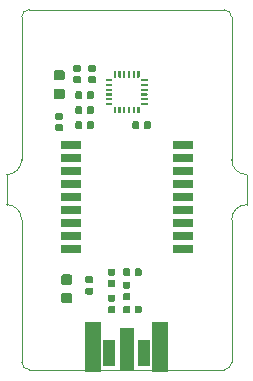
<source format=gbr>
%TF.GenerationSoftware,KiCad,Pcbnew,5.1.4-e60b266~84~ubuntu19.04.1*%
%TF.CreationDate,2020-03-17T21:55:10+00:00*%
%TF.ProjectId,ProMicro_GPS,50726f4d-6963-4726-9f5f-4750532e6b69,v2.3*%
%TF.SameCoordinates,Original*%
%TF.FileFunction,Paste,Top*%
%TF.FilePolarity,Positive*%
%FSLAX45Y45*%
G04 Gerber Fmt 4.5, Leading zero omitted, Abs format (unit mm)*
G04 Created by KiCad (PCBNEW 5.1.4-e60b266~84~ubuntu19.04.1) date 2020-03-17 21:55:10*
%MOMM*%
%LPD*%
G04 APERTURE LIST*
%ADD10C,0.100000*%
%ADD11C,0.150000*%
%ADD12C,0.590000*%
%ADD13C,0.200000*%
%ADD14R,1.050000X2.200000*%
%ADD15R,1.000000X1.050000*%
%ADD16C,0.875000*%
%ADD17R,1.270000X3.600000*%
%ADD18R,1.350000X4.200000*%
%ADD19R,1.800000X0.700000*%
%ADD20R,1.800000X0.800000*%
G04 APERTURE END LIST*
D10*
X14097000Y-9652000D02*
X14097000Y-9906000D01*
X13970000Y-10033000D02*
G75*
G02X14097000Y-9906000I127000J0D01*
G01*
X13970000Y-10033000D02*
X13970000Y-11239500D01*
X14097000Y-9652000D02*
G75*
G02X13970000Y-9525000I0J127000D01*
G01*
X13970000Y-8318500D02*
X13970000Y-9525000D01*
X12065000Y-9906000D02*
X12065000Y-9652000D01*
X12065000Y-9906000D02*
G75*
G02X12192000Y-10033000I0J-127000D01*
G01*
X12192000Y-11239500D02*
X12192000Y-10033000D01*
X12192000Y-9525000D02*
G75*
G02X12065000Y-9652000I-127000J0D01*
G01*
X12255500Y-11303000D02*
G75*
G02X12192000Y-11239500I0J63500D01*
G01*
X12192000Y-8318500D02*
G75*
G02X12255500Y-8255000I63500J0D01*
G01*
X13906500Y-8255000D02*
G75*
G02X13970000Y-8318500I0J-63500D01*
G01*
X13970000Y-11239500D02*
G75*
G02X13906500Y-11303000I-63500J0D01*
G01*
X12255500Y-8255000D02*
X13906500Y-8255000D01*
X12192000Y-9525000D02*
X12192000Y-8318500D01*
X13906500Y-11303000D02*
X12255500Y-11303000D01*
D11*
G36*
X12693096Y-9200971D02*
G01*
X12694528Y-9201183D01*
X12695932Y-9201535D01*
X12697295Y-9202023D01*
X12698603Y-9202642D01*
X12699845Y-9203386D01*
X12701007Y-9204248D01*
X12702080Y-9205220D01*
X12703052Y-9206293D01*
X12703914Y-9207455D01*
X12704658Y-9208697D01*
X12705277Y-9210005D01*
X12705765Y-9211368D01*
X12706117Y-9212772D01*
X12706329Y-9214204D01*
X12706400Y-9215650D01*
X12706400Y-9250150D01*
X12706329Y-9251596D01*
X12706117Y-9253028D01*
X12705765Y-9254432D01*
X12705277Y-9255795D01*
X12704658Y-9257103D01*
X12703914Y-9258345D01*
X12703052Y-9259507D01*
X12702080Y-9260580D01*
X12701007Y-9261552D01*
X12699845Y-9262414D01*
X12698603Y-9263158D01*
X12697295Y-9263777D01*
X12695932Y-9264265D01*
X12694528Y-9264617D01*
X12693096Y-9264829D01*
X12691650Y-9264900D01*
X12662150Y-9264900D01*
X12660704Y-9264829D01*
X12659272Y-9264617D01*
X12657868Y-9264265D01*
X12656505Y-9263777D01*
X12655197Y-9263158D01*
X12653955Y-9262414D01*
X12652793Y-9261552D01*
X12651720Y-9260580D01*
X12650748Y-9259507D01*
X12649886Y-9258345D01*
X12649142Y-9257103D01*
X12648523Y-9255795D01*
X12648035Y-9254432D01*
X12647683Y-9253028D01*
X12647471Y-9251596D01*
X12647400Y-9250150D01*
X12647400Y-9215650D01*
X12647471Y-9214204D01*
X12647683Y-9212772D01*
X12648035Y-9211368D01*
X12648523Y-9210005D01*
X12649142Y-9208697D01*
X12649886Y-9207455D01*
X12650748Y-9206293D01*
X12651720Y-9205220D01*
X12652793Y-9204248D01*
X12653955Y-9203386D01*
X12655197Y-9202642D01*
X12656505Y-9202023D01*
X12657868Y-9201535D01*
X12659272Y-9201183D01*
X12660704Y-9200971D01*
X12662150Y-9200900D01*
X12691650Y-9200900D01*
X12693096Y-9200971D01*
X12693096Y-9200971D01*
G37*
D12*
X12676900Y-9232900D03*
D11*
G36*
X12790096Y-9200971D02*
G01*
X12791528Y-9201183D01*
X12792932Y-9201535D01*
X12794295Y-9202023D01*
X12795603Y-9202642D01*
X12796845Y-9203386D01*
X12798007Y-9204248D01*
X12799080Y-9205220D01*
X12800052Y-9206293D01*
X12800914Y-9207455D01*
X12801658Y-9208697D01*
X12802277Y-9210005D01*
X12802765Y-9211368D01*
X12803117Y-9212772D01*
X12803329Y-9214204D01*
X12803400Y-9215650D01*
X12803400Y-9250150D01*
X12803329Y-9251596D01*
X12803117Y-9253028D01*
X12802765Y-9254432D01*
X12802277Y-9255795D01*
X12801658Y-9257103D01*
X12800914Y-9258345D01*
X12800052Y-9259507D01*
X12799080Y-9260580D01*
X12798007Y-9261552D01*
X12796845Y-9262414D01*
X12795603Y-9263158D01*
X12794295Y-9263777D01*
X12792932Y-9264265D01*
X12791528Y-9264617D01*
X12790096Y-9264829D01*
X12788650Y-9264900D01*
X12759150Y-9264900D01*
X12757704Y-9264829D01*
X12756272Y-9264617D01*
X12754868Y-9264265D01*
X12753505Y-9263777D01*
X12752197Y-9263158D01*
X12750955Y-9262414D01*
X12749793Y-9261552D01*
X12748720Y-9260580D01*
X12747748Y-9259507D01*
X12746886Y-9258345D01*
X12746142Y-9257103D01*
X12745523Y-9255795D01*
X12745035Y-9254432D01*
X12744683Y-9253028D01*
X12744471Y-9251596D01*
X12744400Y-9250150D01*
X12744400Y-9215650D01*
X12744471Y-9214204D01*
X12744683Y-9212772D01*
X12745035Y-9211368D01*
X12745523Y-9210005D01*
X12746142Y-9208697D01*
X12746886Y-9207455D01*
X12747748Y-9206293D01*
X12748720Y-9205220D01*
X12749793Y-9204248D01*
X12750955Y-9203386D01*
X12752197Y-9202642D01*
X12753505Y-9202023D01*
X12754868Y-9201535D01*
X12756272Y-9201183D01*
X12757704Y-9200971D01*
X12759150Y-9200900D01*
X12788650Y-9200900D01*
X12790096Y-9200971D01*
X12790096Y-9200971D01*
G37*
D12*
X12773900Y-9232900D03*
D11*
G36*
X12807596Y-8723171D02*
G01*
X12809028Y-8723383D01*
X12810432Y-8723735D01*
X12811795Y-8724223D01*
X12813103Y-8724842D01*
X12814345Y-8725586D01*
X12815507Y-8726448D01*
X12816580Y-8727420D01*
X12817552Y-8728493D01*
X12818414Y-8729655D01*
X12819158Y-8730897D01*
X12819777Y-8732205D01*
X12820265Y-8733568D01*
X12820617Y-8734972D01*
X12820829Y-8736404D01*
X12820900Y-8737850D01*
X12820900Y-8767350D01*
X12820829Y-8768796D01*
X12820617Y-8770228D01*
X12820265Y-8771632D01*
X12819777Y-8772995D01*
X12819158Y-8774303D01*
X12818414Y-8775545D01*
X12817552Y-8776707D01*
X12816580Y-8777780D01*
X12815507Y-8778752D01*
X12814345Y-8779614D01*
X12813103Y-8780358D01*
X12811795Y-8780977D01*
X12810432Y-8781465D01*
X12809028Y-8781817D01*
X12807596Y-8782029D01*
X12806150Y-8782100D01*
X12771650Y-8782100D01*
X12770204Y-8782029D01*
X12768772Y-8781817D01*
X12767368Y-8781465D01*
X12766005Y-8780977D01*
X12764697Y-8780358D01*
X12763455Y-8779614D01*
X12762293Y-8778752D01*
X12761220Y-8777780D01*
X12760248Y-8776707D01*
X12759386Y-8775545D01*
X12758642Y-8774303D01*
X12758023Y-8772995D01*
X12757535Y-8771632D01*
X12757183Y-8770228D01*
X12756971Y-8768796D01*
X12756900Y-8767350D01*
X12756900Y-8737850D01*
X12756971Y-8736404D01*
X12757183Y-8734972D01*
X12757535Y-8733568D01*
X12758023Y-8732205D01*
X12758642Y-8730897D01*
X12759386Y-8729655D01*
X12760248Y-8728493D01*
X12761220Y-8727420D01*
X12762293Y-8726448D01*
X12763455Y-8725586D01*
X12764697Y-8724842D01*
X12766005Y-8724223D01*
X12767368Y-8723735D01*
X12768772Y-8723383D01*
X12770204Y-8723171D01*
X12771650Y-8723100D01*
X12806150Y-8723100D01*
X12807596Y-8723171D01*
X12807596Y-8723171D01*
G37*
D12*
X12788900Y-8752600D03*
D11*
G36*
X12807596Y-8820171D02*
G01*
X12809028Y-8820383D01*
X12810432Y-8820735D01*
X12811795Y-8821223D01*
X12813103Y-8821842D01*
X12814345Y-8822586D01*
X12815507Y-8823448D01*
X12816580Y-8824420D01*
X12817552Y-8825493D01*
X12818414Y-8826655D01*
X12819158Y-8827897D01*
X12819777Y-8829205D01*
X12820265Y-8830568D01*
X12820617Y-8831972D01*
X12820829Y-8833404D01*
X12820900Y-8834850D01*
X12820900Y-8864350D01*
X12820829Y-8865796D01*
X12820617Y-8867228D01*
X12820265Y-8868632D01*
X12819777Y-8869995D01*
X12819158Y-8871303D01*
X12818414Y-8872545D01*
X12817552Y-8873707D01*
X12816580Y-8874780D01*
X12815507Y-8875752D01*
X12814345Y-8876614D01*
X12813103Y-8877358D01*
X12811795Y-8877977D01*
X12810432Y-8878465D01*
X12809028Y-8878817D01*
X12807596Y-8879029D01*
X12806150Y-8879100D01*
X12771650Y-8879100D01*
X12770204Y-8879029D01*
X12768772Y-8878817D01*
X12767368Y-8878465D01*
X12766005Y-8877977D01*
X12764697Y-8877358D01*
X12763455Y-8876614D01*
X12762293Y-8875752D01*
X12761220Y-8874780D01*
X12760248Y-8873707D01*
X12759386Y-8872545D01*
X12758642Y-8871303D01*
X12758023Y-8869995D01*
X12757535Y-8868632D01*
X12757183Y-8867228D01*
X12756971Y-8865796D01*
X12756900Y-8864350D01*
X12756900Y-8834850D01*
X12756971Y-8833404D01*
X12757183Y-8831972D01*
X12757535Y-8830568D01*
X12758023Y-8829205D01*
X12758642Y-8827897D01*
X12759386Y-8826655D01*
X12760248Y-8825493D01*
X12761220Y-8824420D01*
X12762293Y-8823448D01*
X12763455Y-8822586D01*
X12764697Y-8821842D01*
X12766005Y-8821223D01*
X12767368Y-8820735D01*
X12768772Y-8820383D01*
X12770204Y-8820171D01*
X12771650Y-8820100D01*
X12806150Y-8820100D01*
X12807596Y-8820171D01*
X12807596Y-8820171D01*
G37*
D12*
X12788900Y-8849600D03*
D11*
G36*
X12693096Y-8946971D02*
G01*
X12694528Y-8947183D01*
X12695932Y-8947535D01*
X12697295Y-8948023D01*
X12698603Y-8948642D01*
X12699845Y-8949386D01*
X12701007Y-8950248D01*
X12702080Y-8951220D01*
X12703052Y-8952293D01*
X12703914Y-8953455D01*
X12704658Y-8954697D01*
X12705277Y-8956005D01*
X12705765Y-8957368D01*
X12706117Y-8958772D01*
X12706329Y-8960204D01*
X12706400Y-8961650D01*
X12706400Y-8996150D01*
X12706329Y-8997596D01*
X12706117Y-8999028D01*
X12705765Y-9000432D01*
X12705277Y-9001795D01*
X12704658Y-9003103D01*
X12703914Y-9004345D01*
X12703052Y-9005507D01*
X12702080Y-9006580D01*
X12701007Y-9007552D01*
X12699845Y-9008414D01*
X12698603Y-9009158D01*
X12697295Y-9009777D01*
X12695932Y-9010265D01*
X12694528Y-9010617D01*
X12693096Y-9010829D01*
X12691650Y-9010900D01*
X12662150Y-9010900D01*
X12660704Y-9010829D01*
X12659272Y-9010617D01*
X12657868Y-9010265D01*
X12656505Y-9009777D01*
X12655197Y-9009158D01*
X12653955Y-9008414D01*
X12652793Y-9007552D01*
X12651720Y-9006580D01*
X12650748Y-9005507D01*
X12649886Y-9004345D01*
X12649142Y-9003103D01*
X12648523Y-9001795D01*
X12648035Y-9000432D01*
X12647683Y-8999028D01*
X12647471Y-8997596D01*
X12647400Y-8996150D01*
X12647400Y-8961650D01*
X12647471Y-8960204D01*
X12647683Y-8958772D01*
X12648035Y-8957368D01*
X12648523Y-8956005D01*
X12649142Y-8954697D01*
X12649886Y-8953455D01*
X12650748Y-8952293D01*
X12651720Y-8951220D01*
X12652793Y-8950248D01*
X12653955Y-8949386D01*
X12655197Y-8948642D01*
X12656505Y-8948023D01*
X12657868Y-8947535D01*
X12659272Y-8947183D01*
X12660704Y-8946971D01*
X12662150Y-8946900D01*
X12691650Y-8946900D01*
X12693096Y-8946971D01*
X12693096Y-8946971D01*
G37*
D12*
X12676900Y-8978900D03*
D11*
G36*
X12790096Y-8946971D02*
G01*
X12791528Y-8947183D01*
X12792932Y-8947535D01*
X12794295Y-8948023D01*
X12795603Y-8948642D01*
X12796845Y-8949386D01*
X12798007Y-8950248D01*
X12799080Y-8951220D01*
X12800052Y-8952293D01*
X12800914Y-8953455D01*
X12801658Y-8954697D01*
X12802277Y-8956005D01*
X12802765Y-8957368D01*
X12803117Y-8958772D01*
X12803329Y-8960204D01*
X12803400Y-8961650D01*
X12803400Y-8996150D01*
X12803329Y-8997596D01*
X12803117Y-8999028D01*
X12802765Y-9000432D01*
X12802277Y-9001795D01*
X12801658Y-9003103D01*
X12800914Y-9004345D01*
X12800052Y-9005507D01*
X12799080Y-9006580D01*
X12798007Y-9007552D01*
X12796845Y-9008414D01*
X12795603Y-9009158D01*
X12794295Y-9009777D01*
X12792932Y-9010265D01*
X12791528Y-9010617D01*
X12790096Y-9010829D01*
X12788650Y-9010900D01*
X12759150Y-9010900D01*
X12757704Y-9010829D01*
X12756272Y-9010617D01*
X12754868Y-9010265D01*
X12753505Y-9009777D01*
X12752197Y-9009158D01*
X12750955Y-9008414D01*
X12749793Y-9007552D01*
X12748720Y-9006580D01*
X12747748Y-9005507D01*
X12746886Y-9004345D01*
X12746142Y-9003103D01*
X12745523Y-9001795D01*
X12745035Y-9000432D01*
X12744683Y-8999028D01*
X12744471Y-8997596D01*
X12744400Y-8996150D01*
X12744400Y-8961650D01*
X12744471Y-8960204D01*
X12744683Y-8958772D01*
X12745035Y-8957368D01*
X12745523Y-8956005D01*
X12746142Y-8954697D01*
X12746886Y-8953455D01*
X12747748Y-8952293D01*
X12748720Y-8951220D01*
X12749793Y-8950248D01*
X12750955Y-8949386D01*
X12752197Y-8948642D01*
X12753505Y-8948023D01*
X12754868Y-8947535D01*
X12756272Y-8947183D01*
X12757704Y-8946971D01*
X12759150Y-8946900D01*
X12788650Y-8946900D01*
X12790096Y-8946971D01*
X12790096Y-8946971D01*
G37*
D12*
X12773900Y-8978900D03*
D11*
G36*
X12782196Y-10608571D02*
G01*
X12783628Y-10608783D01*
X12785032Y-10609135D01*
X12786395Y-10609623D01*
X12787703Y-10610242D01*
X12788945Y-10610986D01*
X12790107Y-10611848D01*
X12791180Y-10612820D01*
X12792152Y-10613893D01*
X12793014Y-10615055D01*
X12793758Y-10616297D01*
X12794377Y-10617605D01*
X12794865Y-10618968D01*
X12795217Y-10620372D01*
X12795429Y-10621804D01*
X12795500Y-10623250D01*
X12795500Y-10652750D01*
X12795429Y-10654196D01*
X12795217Y-10655628D01*
X12794865Y-10657032D01*
X12794377Y-10658395D01*
X12793758Y-10659703D01*
X12793014Y-10660945D01*
X12792152Y-10662107D01*
X12791180Y-10663180D01*
X12790107Y-10664152D01*
X12788945Y-10665014D01*
X12787703Y-10665758D01*
X12786395Y-10666377D01*
X12785032Y-10666865D01*
X12783628Y-10667217D01*
X12782196Y-10667429D01*
X12780750Y-10667500D01*
X12746250Y-10667500D01*
X12744804Y-10667429D01*
X12743372Y-10667217D01*
X12741968Y-10666865D01*
X12740605Y-10666377D01*
X12739297Y-10665758D01*
X12738055Y-10665014D01*
X12736893Y-10664152D01*
X12735820Y-10663180D01*
X12734848Y-10662107D01*
X12733986Y-10660945D01*
X12733242Y-10659703D01*
X12732623Y-10658395D01*
X12732135Y-10657032D01*
X12731783Y-10655628D01*
X12731571Y-10654196D01*
X12731500Y-10652750D01*
X12731500Y-10623250D01*
X12731571Y-10621804D01*
X12731783Y-10620372D01*
X12732135Y-10618968D01*
X12732623Y-10617605D01*
X12733242Y-10616297D01*
X12733986Y-10615055D01*
X12734848Y-10613893D01*
X12735820Y-10612820D01*
X12736893Y-10611848D01*
X12738055Y-10610986D01*
X12739297Y-10610242D01*
X12740605Y-10609623D01*
X12741968Y-10609135D01*
X12743372Y-10608783D01*
X12744804Y-10608571D01*
X12746250Y-10608500D01*
X12780750Y-10608500D01*
X12782196Y-10608571D01*
X12782196Y-10608571D01*
G37*
D12*
X12763500Y-10638000D03*
D11*
G36*
X12782196Y-10511571D02*
G01*
X12783628Y-10511783D01*
X12785032Y-10512135D01*
X12786395Y-10512623D01*
X12787703Y-10513242D01*
X12788945Y-10513986D01*
X12790107Y-10514848D01*
X12791180Y-10515820D01*
X12792152Y-10516893D01*
X12793014Y-10518055D01*
X12793758Y-10519297D01*
X12794377Y-10520605D01*
X12794865Y-10521968D01*
X12795217Y-10523372D01*
X12795429Y-10524804D01*
X12795500Y-10526250D01*
X12795500Y-10555750D01*
X12795429Y-10557196D01*
X12795217Y-10558628D01*
X12794865Y-10560032D01*
X12794377Y-10561395D01*
X12793758Y-10562703D01*
X12793014Y-10563945D01*
X12792152Y-10565107D01*
X12791180Y-10566180D01*
X12790107Y-10567152D01*
X12788945Y-10568014D01*
X12787703Y-10568758D01*
X12786395Y-10569377D01*
X12785032Y-10569865D01*
X12783628Y-10570217D01*
X12782196Y-10570429D01*
X12780750Y-10570500D01*
X12746250Y-10570500D01*
X12744804Y-10570429D01*
X12743372Y-10570217D01*
X12741968Y-10569865D01*
X12740605Y-10569377D01*
X12739297Y-10568758D01*
X12738055Y-10568014D01*
X12736893Y-10567152D01*
X12735820Y-10566180D01*
X12734848Y-10565107D01*
X12733986Y-10563945D01*
X12733242Y-10562703D01*
X12732623Y-10561395D01*
X12732135Y-10560032D01*
X12731783Y-10558628D01*
X12731571Y-10557196D01*
X12731500Y-10555750D01*
X12731500Y-10526250D01*
X12731571Y-10524804D01*
X12731783Y-10523372D01*
X12732135Y-10521968D01*
X12732623Y-10520605D01*
X12733242Y-10519297D01*
X12733986Y-10518055D01*
X12734848Y-10516893D01*
X12735820Y-10515820D01*
X12736893Y-10514848D01*
X12738055Y-10513986D01*
X12739297Y-10513242D01*
X12740605Y-10512623D01*
X12741968Y-10512135D01*
X12743372Y-10511783D01*
X12744804Y-10511571D01*
X12746250Y-10511500D01*
X12780750Y-10511500D01*
X12782196Y-10511571D01*
X12782196Y-10511571D01*
G37*
D12*
X12763500Y-10541000D03*
D11*
G36*
X12680596Y-8723171D02*
G01*
X12682028Y-8723383D01*
X12683432Y-8723735D01*
X12684795Y-8724223D01*
X12686103Y-8724842D01*
X12687345Y-8725586D01*
X12688507Y-8726448D01*
X12689580Y-8727420D01*
X12690552Y-8728493D01*
X12691414Y-8729655D01*
X12692158Y-8730897D01*
X12692777Y-8732205D01*
X12693265Y-8733568D01*
X12693617Y-8734972D01*
X12693829Y-8736404D01*
X12693900Y-8737850D01*
X12693900Y-8767350D01*
X12693829Y-8768796D01*
X12693617Y-8770228D01*
X12693265Y-8771632D01*
X12692777Y-8772995D01*
X12692158Y-8774303D01*
X12691414Y-8775545D01*
X12690552Y-8776707D01*
X12689580Y-8777780D01*
X12688507Y-8778752D01*
X12687345Y-8779614D01*
X12686103Y-8780358D01*
X12684795Y-8780977D01*
X12683432Y-8781465D01*
X12682028Y-8781817D01*
X12680596Y-8782029D01*
X12679150Y-8782100D01*
X12644650Y-8782100D01*
X12643204Y-8782029D01*
X12641772Y-8781817D01*
X12640368Y-8781465D01*
X12639005Y-8780977D01*
X12637697Y-8780358D01*
X12636455Y-8779614D01*
X12635293Y-8778752D01*
X12634220Y-8777780D01*
X12633248Y-8776707D01*
X12632386Y-8775545D01*
X12631642Y-8774303D01*
X12631023Y-8772995D01*
X12630535Y-8771632D01*
X12630183Y-8770228D01*
X12629971Y-8768796D01*
X12629900Y-8767350D01*
X12629900Y-8737850D01*
X12629971Y-8736404D01*
X12630183Y-8734972D01*
X12630535Y-8733568D01*
X12631023Y-8732205D01*
X12631642Y-8730897D01*
X12632386Y-8729655D01*
X12633248Y-8728493D01*
X12634220Y-8727420D01*
X12635293Y-8726448D01*
X12636455Y-8725586D01*
X12637697Y-8724842D01*
X12639005Y-8724223D01*
X12640368Y-8723735D01*
X12641772Y-8723383D01*
X12643204Y-8723171D01*
X12644650Y-8723100D01*
X12679150Y-8723100D01*
X12680596Y-8723171D01*
X12680596Y-8723171D01*
G37*
D12*
X12661900Y-8752600D03*
D11*
G36*
X12680596Y-8820171D02*
G01*
X12682028Y-8820383D01*
X12683432Y-8820735D01*
X12684795Y-8821223D01*
X12686103Y-8821842D01*
X12687345Y-8822586D01*
X12688507Y-8823448D01*
X12689580Y-8824420D01*
X12690552Y-8825493D01*
X12691414Y-8826655D01*
X12692158Y-8827897D01*
X12692777Y-8829205D01*
X12693265Y-8830568D01*
X12693617Y-8831972D01*
X12693829Y-8833404D01*
X12693900Y-8834850D01*
X12693900Y-8864350D01*
X12693829Y-8865796D01*
X12693617Y-8867228D01*
X12693265Y-8868632D01*
X12692777Y-8869995D01*
X12692158Y-8871303D01*
X12691414Y-8872545D01*
X12690552Y-8873707D01*
X12689580Y-8874780D01*
X12688507Y-8875752D01*
X12687345Y-8876614D01*
X12686103Y-8877358D01*
X12684795Y-8877977D01*
X12683432Y-8878465D01*
X12682028Y-8878817D01*
X12680596Y-8879029D01*
X12679150Y-8879100D01*
X12644650Y-8879100D01*
X12643204Y-8879029D01*
X12641772Y-8878817D01*
X12640368Y-8878465D01*
X12639005Y-8877977D01*
X12637697Y-8877358D01*
X12636455Y-8876614D01*
X12635293Y-8875752D01*
X12634220Y-8874780D01*
X12633248Y-8873707D01*
X12632386Y-8872545D01*
X12631642Y-8871303D01*
X12631023Y-8869995D01*
X12630535Y-8868632D01*
X12630183Y-8867228D01*
X12629971Y-8865796D01*
X12629900Y-8864350D01*
X12629900Y-8834850D01*
X12629971Y-8833404D01*
X12630183Y-8831972D01*
X12630535Y-8830568D01*
X12631023Y-8829205D01*
X12631642Y-8827897D01*
X12632386Y-8826655D01*
X12633248Y-8825493D01*
X12634220Y-8824420D01*
X12635293Y-8823448D01*
X12636455Y-8822586D01*
X12637697Y-8821842D01*
X12639005Y-8821223D01*
X12640368Y-8820735D01*
X12641772Y-8820383D01*
X12643204Y-8820171D01*
X12644650Y-8820100D01*
X12679150Y-8820100D01*
X12680596Y-8820171D01*
X12680596Y-8820171D01*
G37*
D12*
X12661900Y-8849600D03*
D11*
G36*
X12693096Y-9073971D02*
G01*
X12694528Y-9074183D01*
X12695932Y-9074535D01*
X12697295Y-9075023D01*
X12698603Y-9075642D01*
X12699845Y-9076386D01*
X12701007Y-9077248D01*
X12702080Y-9078220D01*
X12703052Y-9079293D01*
X12703914Y-9080455D01*
X12704658Y-9081697D01*
X12705277Y-9083005D01*
X12705765Y-9084368D01*
X12706117Y-9085772D01*
X12706329Y-9087204D01*
X12706400Y-9088650D01*
X12706400Y-9123150D01*
X12706329Y-9124596D01*
X12706117Y-9126028D01*
X12705765Y-9127432D01*
X12705277Y-9128795D01*
X12704658Y-9130103D01*
X12703914Y-9131345D01*
X12703052Y-9132507D01*
X12702080Y-9133580D01*
X12701007Y-9134552D01*
X12699845Y-9135414D01*
X12698603Y-9136158D01*
X12697295Y-9136777D01*
X12695932Y-9137265D01*
X12694528Y-9137617D01*
X12693096Y-9137829D01*
X12691650Y-9137900D01*
X12662150Y-9137900D01*
X12660704Y-9137829D01*
X12659272Y-9137617D01*
X12657868Y-9137265D01*
X12656505Y-9136777D01*
X12655197Y-9136158D01*
X12653955Y-9135414D01*
X12652793Y-9134552D01*
X12651720Y-9133580D01*
X12650748Y-9132507D01*
X12649886Y-9131345D01*
X12649142Y-9130103D01*
X12648523Y-9128795D01*
X12648035Y-9127432D01*
X12647683Y-9126028D01*
X12647471Y-9124596D01*
X12647400Y-9123150D01*
X12647400Y-9088650D01*
X12647471Y-9087204D01*
X12647683Y-9085772D01*
X12648035Y-9084368D01*
X12648523Y-9083005D01*
X12649142Y-9081697D01*
X12649886Y-9080455D01*
X12650748Y-9079293D01*
X12651720Y-9078220D01*
X12652793Y-9077248D01*
X12653955Y-9076386D01*
X12655197Y-9075642D01*
X12656505Y-9075023D01*
X12657868Y-9074535D01*
X12659272Y-9074183D01*
X12660704Y-9073971D01*
X12662150Y-9073900D01*
X12691650Y-9073900D01*
X12693096Y-9073971D01*
X12693096Y-9073971D01*
G37*
D12*
X12676900Y-9105900D03*
D11*
G36*
X12790096Y-9073971D02*
G01*
X12791528Y-9074183D01*
X12792932Y-9074535D01*
X12794295Y-9075023D01*
X12795603Y-9075642D01*
X12796845Y-9076386D01*
X12798007Y-9077248D01*
X12799080Y-9078220D01*
X12800052Y-9079293D01*
X12800914Y-9080455D01*
X12801658Y-9081697D01*
X12802277Y-9083005D01*
X12802765Y-9084368D01*
X12803117Y-9085772D01*
X12803329Y-9087204D01*
X12803400Y-9088650D01*
X12803400Y-9123150D01*
X12803329Y-9124596D01*
X12803117Y-9126028D01*
X12802765Y-9127432D01*
X12802277Y-9128795D01*
X12801658Y-9130103D01*
X12800914Y-9131345D01*
X12800052Y-9132507D01*
X12799080Y-9133580D01*
X12798007Y-9134552D01*
X12796845Y-9135414D01*
X12795603Y-9136158D01*
X12794295Y-9136777D01*
X12792932Y-9137265D01*
X12791528Y-9137617D01*
X12790096Y-9137829D01*
X12788650Y-9137900D01*
X12759150Y-9137900D01*
X12757704Y-9137829D01*
X12756272Y-9137617D01*
X12754868Y-9137265D01*
X12753505Y-9136777D01*
X12752197Y-9136158D01*
X12750955Y-9135414D01*
X12749793Y-9134552D01*
X12748720Y-9133580D01*
X12747748Y-9132507D01*
X12746886Y-9131345D01*
X12746142Y-9130103D01*
X12745523Y-9128795D01*
X12745035Y-9127432D01*
X12744683Y-9126028D01*
X12744471Y-9124596D01*
X12744400Y-9123150D01*
X12744400Y-9088650D01*
X12744471Y-9087204D01*
X12744683Y-9085772D01*
X12745035Y-9084368D01*
X12745523Y-9083005D01*
X12746142Y-9081697D01*
X12746886Y-9080455D01*
X12747748Y-9079293D01*
X12748720Y-9078220D01*
X12749793Y-9077248D01*
X12750955Y-9076386D01*
X12752197Y-9075642D01*
X12753505Y-9075023D01*
X12754868Y-9074535D01*
X12756272Y-9074183D01*
X12757704Y-9073971D01*
X12759150Y-9073900D01*
X12788650Y-9073900D01*
X12790096Y-9073971D01*
X12790096Y-9073971D01*
G37*
D12*
X12773900Y-9105900D03*
D11*
G36*
X13272696Y-9200971D02*
G01*
X13274128Y-9201183D01*
X13275532Y-9201535D01*
X13276895Y-9202023D01*
X13278203Y-9202642D01*
X13279445Y-9203386D01*
X13280607Y-9204248D01*
X13281680Y-9205220D01*
X13282652Y-9206293D01*
X13283514Y-9207455D01*
X13284258Y-9208697D01*
X13284877Y-9210005D01*
X13285365Y-9211368D01*
X13285717Y-9212772D01*
X13285929Y-9214204D01*
X13286000Y-9215650D01*
X13286000Y-9250150D01*
X13285929Y-9251596D01*
X13285717Y-9253028D01*
X13285365Y-9254432D01*
X13284877Y-9255795D01*
X13284258Y-9257103D01*
X13283514Y-9258345D01*
X13282652Y-9259507D01*
X13281680Y-9260580D01*
X13280607Y-9261552D01*
X13279445Y-9262414D01*
X13278203Y-9263158D01*
X13276895Y-9263777D01*
X13275532Y-9264265D01*
X13274128Y-9264617D01*
X13272696Y-9264829D01*
X13271250Y-9264900D01*
X13241750Y-9264900D01*
X13240304Y-9264829D01*
X13238872Y-9264617D01*
X13237468Y-9264265D01*
X13236105Y-9263777D01*
X13234797Y-9263158D01*
X13233555Y-9262414D01*
X13232393Y-9261552D01*
X13231320Y-9260580D01*
X13230348Y-9259507D01*
X13229486Y-9258345D01*
X13228742Y-9257103D01*
X13228123Y-9255795D01*
X13227635Y-9254432D01*
X13227283Y-9253028D01*
X13227071Y-9251596D01*
X13227000Y-9250150D01*
X13227000Y-9215650D01*
X13227071Y-9214204D01*
X13227283Y-9212772D01*
X13227635Y-9211368D01*
X13228123Y-9210005D01*
X13228742Y-9208697D01*
X13229486Y-9207455D01*
X13230348Y-9206293D01*
X13231320Y-9205220D01*
X13232393Y-9204248D01*
X13233555Y-9203386D01*
X13234797Y-9202642D01*
X13236105Y-9202023D01*
X13237468Y-9201535D01*
X13238872Y-9201183D01*
X13240304Y-9200971D01*
X13241750Y-9200900D01*
X13271250Y-9200900D01*
X13272696Y-9200971D01*
X13272696Y-9200971D01*
G37*
D12*
X13256500Y-9232900D03*
D11*
G36*
X13175696Y-9200971D02*
G01*
X13177128Y-9201183D01*
X13178532Y-9201535D01*
X13179895Y-9202023D01*
X13181203Y-9202642D01*
X13182445Y-9203386D01*
X13183607Y-9204248D01*
X13184680Y-9205220D01*
X13185652Y-9206293D01*
X13186514Y-9207455D01*
X13187258Y-9208697D01*
X13187877Y-9210005D01*
X13188365Y-9211368D01*
X13188717Y-9212772D01*
X13188929Y-9214204D01*
X13189000Y-9215650D01*
X13189000Y-9250150D01*
X13188929Y-9251596D01*
X13188717Y-9253028D01*
X13188365Y-9254432D01*
X13187877Y-9255795D01*
X13187258Y-9257103D01*
X13186514Y-9258345D01*
X13185652Y-9259507D01*
X13184680Y-9260580D01*
X13183607Y-9261552D01*
X13182445Y-9262414D01*
X13181203Y-9263158D01*
X13179895Y-9263777D01*
X13178532Y-9264265D01*
X13177128Y-9264617D01*
X13175696Y-9264829D01*
X13174250Y-9264900D01*
X13144750Y-9264900D01*
X13143304Y-9264829D01*
X13141872Y-9264617D01*
X13140468Y-9264265D01*
X13139105Y-9263777D01*
X13137797Y-9263158D01*
X13136555Y-9262414D01*
X13135393Y-9261552D01*
X13134320Y-9260580D01*
X13133348Y-9259507D01*
X13132486Y-9258345D01*
X13131742Y-9257103D01*
X13131123Y-9255795D01*
X13130635Y-9254432D01*
X13130283Y-9253028D01*
X13130071Y-9251596D01*
X13130000Y-9250150D01*
X13130000Y-9215650D01*
X13130071Y-9214204D01*
X13130283Y-9212772D01*
X13130635Y-9211368D01*
X13131123Y-9210005D01*
X13131742Y-9208697D01*
X13132486Y-9207455D01*
X13133348Y-9206293D01*
X13134320Y-9205220D01*
X13135393Y-9204248D01*
X13136555Y-9203386D01*
X13137797Y-9202642D01*
X13139105Y-9202023D01*
X13140468Y-9201535D01*
X13141872Y-9201183D01*
X13143304Y-9200971D01*
X13144750Y-9200900D01*
X13174250Y-9200900D01*
X13175696Y-9200971D01*
X13175696Y-9200971D01*
G37*
D12*
X13159500Y-9232900D03*
D11*
G36*
X12986490Y-8776024D02*
G01*
X12986975Y-8776096D01*
X12987451Y-8776215D01*
X12987913Y-8776381D01*
X12988357Y-8776590D01*
X12988778Y-8776843D01*
X12989172Y-8777135D01*
X12989535Y-8777465D01*
X12989865Y-8777828D01*
X12990157Y-8778222D01*
X12990410Y-8778643D01*
X12990619Y-8779087D01*
X12990785Y-8779549D01*
X12990904Y-8780025D01*
X12990976Y-8780510D01*
X12991000Y-8781000D01*
X12991000Y-8826000D01*
X12990976Y-8826490D01*
X12990904Y-8826976D01*
X12990785Y-8827451D01*
X12990619Y-8827913D01*
X12990410Y-8828357D01*
X12990157Y-8828778D01*
X12989865Y-8829172D01*
X12989535Y-8829536D01*
X12989172Y-8829865D01*
X12988778Y-8830157D01*
X12988357Y-8830410D01*
X12987913Y-8830619D01*
X12987451Y-8830785D01*
X12986975Y-8830904D01*
X12986490Y-8830976D01*
X12986000Y-8831000D01*
X12976000Y-8831000D01*
X12975510Y-8830976D01*
X12975024Y-8830904D01*
X12974549Y-8830785D01*
X12974087Y-8830619D01*
X12973643Y-8830410D01*
X12973222Y-8830157D01*
X12972828Y-8829865D01*
X12972464Y-8829536D01*
X12972135Y-8829172D01*
X12971843Y-8828778D01*
X12971590Y-8828357D01*
X12971381Y-8827913D01*
X12971215Y-8827451D01*
X12971096Y-8826976D01*
X12971024Y-8826490D01*
X12971000Y-8826000D01*
X12971000Y-8781000D01*
X12971024Y-8780510D01*
X12971096Y-8780025D01*
X12971215Y-8779549D01*
X12971381Y-8779087D01*
X12971590Y-8778643D01*
X12971843Y-8778222D01*
X12972135Y-8777828D01*
X12972464Y-8777465D01*
X12972828Y-8777135D01*
X12973222Y-8776843D01*
X12973643Y-8776590D01*
X12974087Y-8776381D01*
X12974549Y-8776215D01*
X12975024Y-8776096D01*
X12975510Y-8776024D01*
X12976000Y-8776000D01*
X12986000Y-8776000D01*
X12986490Y-8776024D01*
X12986490Y-8776024D01*
G37*
D13*
X12981000Y-8803500D03*
D11*
G36*
X13026490Y-8776024D02*
G01*
X13026975Y-8776096D01*
X13027451Y-8776215D01*
X13027913Y-8776381D01*
X13028357Y-8776590D01*
X13028778Y-8776843D01*
X13029172Y-8777135D01*
X13029535Y-8777465D01*
X13029865Y-8777828D01*
X13030157Y-8778222D01*
X13030410Y-8778643D01*
X13030619Y-8779087D01*
X13030785Y-8779549D01*
X13030904Y-8780025D01*
X13030976Y-8780510D01*
X13031000Y-8781000D01*
X13031000Y-8826000D01*
X13030976Y-8826490D01*
X13030904Y-8826976D01*
X13030785Y-8827451D01*
X13030619Y-8827913D01*
X13030410Y-8828357D01*
X13030157Y-8828778D01*
X13029865Y-8829172D01*
X13029535Y-8829536D01*
X13029172Y-8829865D01*
X13028778Y-8830157D01*
X13028357Y-8830410D01*
X13027913Y-8830619D01*
X13027451Y-8830785D01*
X13026975Y-8830904D01*
X13026490Y-8830976D01*
X13026000Y-8831000D01*
X13016000Y-8831000D01*
X13015510Y-8830976D01*
X13015024Y-8830904D01*
X13014549Y-8830785D01*
X13014087Y-8830619D01*
X13013643Y-8830410D01*
X13013222Y-8830157D01*
X13012828Y-8829865D01*
X13012464Y-8829536D01*
X13012135Y-8829172D01*
X13011843Y-8828778D01*
X13011590Y-8828357D01*
X13011381Y-8827913D01*
X13011215Y-8827451D01*
X13011096Y-8826976D01*
X13011024Y-8826490D01*
X13011000Y-8826000D01*
X13011000Y-8781000D01*
X13011024Y-8780510D01*
X13011096Y-8780025D01*
X13011215Y-8779549D01*
X13011381Y-8779087D01*
X13011590Y-8778643D01*
X13011843Y-8778222D01*
X13012135Y-8777828D01*
X13012464Y-8777465D01*
X13012828Y-8777135D01*
X13013222Y-8776843D01*
X13013643Y-8776590D01*
X13014087Y-8776381D01*
X13014549Y-8776215D01*
X13015024Y-8776096D01*
X13015510Y-8776024D01*
X13016000Y-8776000D01*
X13026000Y-8776000D01*
X13026490Y-8776024D01*
X13026490Y-8776024D01*
G37*
D13*
X13021000Y-8803500D03*
D11*
G36*
X13066490Y-8776024D02*
G01*
X13066975Y-8776096D01*
X13067451Y-8776215D01*
X13067913Y-8776381D01*
X13068357Y-8776590D01*
X13068778Y-8776843D01*
X13069172Y-8777135D01*
X13069535Y-8777465D01*
X13069865Y-8777828D01*
X13070157Y-8778222D01*
X13070410Y-8778643D01*
X13070619Y-8779087D01*
X13070785Y-8779549D01*
X13070904Y-8780025D01*
X13070976Y-8780510D01*
X13071000Y-8781000D01*
X13071000Y-8826000D01*
X13070976Y-8826490D01*
X13070904Y-8826976D01*
X13070785Y-8827451D01*
X13070619Y-8827913D01*
X13070410Y-8828357D01*
X13070157Y-8828778D01*
X13069865Y-8829172D01*
X13069535Y-8829536D01*
X13069172Y-8829865D01*
X13068778Y-8830157D01*
X13068357Y-8830410D01*
X13067913Y-8830619D01*
X13067451Y-8830785D01*
X13066975Y-8830904D01*
X13066490Y-8830976D01*
X13066000Y-8831000D01*
X13056000Y-8831000D01*
X13055510Y-8830976D01*
X13055024Y-8830904D01*
X13054549Y-8830785D01*
X13054087Y-8830619D01*
X13053643Y-8830410D01*
X13053222Y-8830157D01*
X13052828Y-8829865D01*
X13052464Y-8829536D01*
X13052135Y-8829172D01*
X13051843Y-8828778D01*
X13051590Y-8828357D01*
X13051381Y-8827913D01*
X13051215Y-8827451D01*
X13051096Y-8826976D01*
X13051024Y-8826490D01*
X13051000Y-8826000D01*
X13051000Y-8781000D01*
X13051024Y-8780510D01*
X13051096Y-8780025D01*
X13051215Y-8779549D01*
X13051381Y-8779087D01*
X13051590Y-8778643D01*
X13051843Y-8778222D01*
X13052135Y-8777828D01*
X13052464Y-8777465D01*
X13052828Y-8777135D01*
X13053222Y-8776843D01*
X13053643Y-8776590D01*
X13054087Y-8776381D01*
X13054549Y-8776215D01*
X13055024Y-8776096D01*
X13055510Y-8776024D01*
X13056000Y-8776000D01*
X13066000Y-8776000D01*
X13066490Y-8776024D01*
X13066490Y-8776024D01*
G37*
D13*
X13061000Y-8803500D03*
D11*
G36*
X13106490Y-8776024D02*
G01*
X13106975Y-8776096D01*
X13107451Y-8776215D01*
X13107913Y-8776381D01*
X13108357Y-8776590D01*
X13108778Y-8776843D01*
X13109172Y-8777135D01*
X13109535Y-8777465D01*
X13109865Y-8777828D01*
X13110157Y-8778222D01*
X13110410Y-8778643D01*
X13110619Y-8779087D01*
X13110785Y-8779549D01*
X13110904Y-8780025D01*
X13110976Y-8780510D01*
X13111000Y-8781000D01*
X13111000Y-8826000D01*
X13110976Y-8826490D01*
X13110904Y-8826976D01*
X13110785Y-8827451D01*
X13110619Y-8827913D01*
X13110410Y-8828357D01*
X13110157Y-8828778D01*
X13109865Y-8829172D01*
X13109535Y-8829536D01*
X13109172Y-8829865D01*
X13108778Y-8830157D01*
X13108357Y-8830410D01*
X13107913Y-8830619D01*
X13107451Y-8830785D01*
X13106975Y-8830904D01*
X13106490Y-8830976D01*
X13106000Y-8831000D01*
X13096000Y-8831000D01*
X13095510Y-8830976D01*
X13095024Y-8830904D01*
X13094549Y-8830785D01*
X13094087Y-8830619D01*
X13093643Y-8830410D01*
X13093222Y-8830157D01*
X13092828Y-8829865D01*
X13092464Y-8829536D01*
X13092135Y-8829172D01*
X13091843Y-8828778D01*
X13091590Y-8828357D01*
X13091381Y-8827913D01*
X13091215Y-8827451D01*
X13091096Y-8826976D01*
X13091024Y-8826490D01*
X13091000Y-8826000D01*
X13091000Y-8781000D01*
X13091024Y-8780510D01*
X13091096Y-8780025D01*
X13091215Y-8779549D01*
X13091381Y-8779087D01*
X13091590Y-8778643D01*
X13091843Y-8778222D01*
X13092135Y-8777828D01*
X13092464Y-8777465D01*
X13092828Y-8777135D01*
X13093222Y-8776843D01*
X13093643Y-8776590D01*
X13094087Y-8776381D01*
X13094549Y-8776215D01*
X13095024Y-8776096D01*
X13095510Y-8776024D01*
X13096000Y-8776000D01*
X13106000Y-8776000D01*
X13106490Y-8776024D01*
X13106490Y-8776024D01*
G37*
D13*
X13101000Y-8803500D03*
D11*
G36*
X13146490Y-8776024D02*
G01*
X13146975Y-8776096D01*
X13147451Y-8776215D01*
X13147913Y-8776381D01*
X13148357Y-8776590D01*
X13148778Y-8776843D01*
X13149172Y-8777135D01*
X13149535Y-8777465D01*
X13149865Y-8777828D01*
X13150157Y-8778222D01*
X13150410Y-8778643D01*
X13150619Y-8779087D01*
X13150785Y-8779549D01*
X13150904Y-8780025D01*
X13150976Y-8780510D01*
X13151000Y-8781000D01*
X13151000Y-8826000D01*
X13150976Y-8826490D01*
X13150904Y-8826976D01*
X13150785Y-8827451D01*
X13150619Y-8827913D01*
X13150410Y-8828357D01*
X13150157Y-8828778D01*
X13149865Y-8829172D01*
X13149535Y-8829536D01*
X13149172Y-8829865D01*
X13148778Y-8830157D01*
X13148357Y-8830410D01*
X13147913Y-8830619D01*
X13147451Y-8830785D01*
X13146975Y-8830904D01*
X13146490Y-8830976D01*
X13146000Y-8831000D01*
X13136000Y-8831000D01*
X13135510Y-8830976D01*
X13135024Y-8830904D01*
X13134549Y-8830785D01*
X13134087Y-8830619D01*
X13133643Y-8830410D01*
X13133222Y-8830157D01*
X13132828Y-8829865D01*
X13132464Y-8829536D01*
X13132135Y-8829172D01*
X13131843Y-8828778D01*
X13131590Y-8828357D01*
X13131381Y-8827913D01*
X13131215Y-8827451D01*
X13131096Y-8826976D01*
X13131024Y-8826490D01*
X13131000Y-8826000D01*
X13131000Y-8781000D01*
X13131024Y-8780510D01*
X13131096Y-8780025D01*
X13131215Y-8779549D01*
X13131381Y-8779087D01*
X13131590Y-8778643D01*
X13131843Y-8778222D01*
X13132135Y-8777828D01*
X13132464Y-8777465D01*
X13132828Y-8777135D01*
X13133222Y-8776843D01*
X13133643Y-8776590D01*
X13134087Y-8776381D01*
X13134549Y-8776215D01*
X13135024Y-8776096D01*
X13135510Y-8776024D01*
X13136000Y-8776000D01*
X13146000Y-8776000D01*
X13146490Y-8776024D01*
X13146490Y-8776024D01*
G37*
D13*
X13141000Y-8803500D03*
D11*
G36*
X13186490Y-8776024D02*
G01*
X13186975Y-8776096D01*
X13187451Y-8776215D01*
X13187913Y-8776381D01*
X13188357Y-8776590D01*
X13188778Y-8776843D01*
X13189172Y-8777135D01*
X13189535Y-8777465D01*
X13189865Y-8777828D01*
X13190157Y-8778222D01*
X13190410Y-8778643D01*
X13190619Y-8779087D01*
X13190785Y-8779549D01*
X13190904Y-8780025D01*
X13190976Y-8780510D01*
X13191000Y-8781000D01*
X13191000Y-8826000D01*
X13190976Y-8826490D01*
X13190904Y-8826976D01*
X13190785Y-8827451D01*
X13190619Y-8827913D01*
X13190410Y-8828357D01*
X13190157Y-8828778D01*
X13189865Y-8829172D01*
X13189535Y-8829536D01*
X13189172Y-8829865D01*
X13188778Y-8830157D01*
X13188357Y-8830410D01*
X13187913Y-8830619D01*
X13187451Y-8830785D01*
X13186975Y-8830904D01*
X13186490Y-8830976D01*
X13186000Y-8831000D01*
X13176000Y-8831000D01*
X13175510Y-8830976D01*
X13175024Y-8830904D01*
X13174549Y-8830785D01*
X13174087Y-8830619D01*
X13173643Y-8830410D01*
X13173222Y-8830157D01*
X13172828Y-8829865D01*
X13172464Y-8829536D01*
X13172135Y-8829172D01*
X13171843Y-8828778D01*
X13171590Y-8828357D01*
X13171381Y-8827913D01*
X13171215Y-8827451D01*
X13171096Y-8826976D01*
X13171024Y-8826490D01*
X13171000Y-8826000D01*
X13171000Y-8781000D01*
X13171024Y-8780510D01*
X13171096Y-8780025D01*
X13171215Y-8779549D01*
X13171381Y-8779087D01*
X13171590Y-8778643D01*
X13171843Y-8778222D01*
X13172135Y-8777828D01*
X13172464Y-8777465D01*
X13172828Y-8777135D01*
X13173222Y-8776843D01*
X13173643Y-8776590D01*
X13174087Y-8776381D01*
X13174549Y-8776215D01*
X13175024Y-8776096D01*
X13175510Y-8776024D01*
X13176000Y-8776000D01*
X13186000Y-8776000D01*
X13186490Y-8776024D01*
X13186490Y-8776024D01*
G37*
D13*
X13181000Y-8803500D03*
D11*
G36*
X13253990Y-8843524D02*
G01*
X13254475Y-8843596D01*
X13254951Y-8843715D01*
X13255413Y-8843881D01*
X13255857Y-8844090D01*
X13256278Y-8844343D01*
X13256672Y-8844635D01*
X13257035Y-8844965D01*
X13257365Y-8845328D01*
X13257657Y-8845722D01*
X13257910Y-8846143D01*
X13258119Y-8846587D01*
X13258285Y-8847049D01*
X13258404Y-8847525D01*
X13258476Y-8848010D01*
X13258500Y-8848500D01*
X13258500Y-8858500D01*
X13258476Y-8858990D01*
X13258404Y-8859476D01*
X13258285Y-8859951D01*
X13258119Y-8860413D01*
X13257910Y-8860857D01*
X13257657Y-8861278D01*
X13257365Y-8861672D01*
X13257035Y-8862036D01*
X13256672Y-8862365D01*
X13256278Y-8862657D01*
X13255857Y-8862910D01*
X13255413Y-8863119D01*
X13254951Y-8863285D01*
X13254475Y-8863404D01*
X13253990Y-8863476D01*
X13253500Y-8863500D01*
X13208500Y-8863500D01*
X13208010Y-8863476D01*
X13207524Y-8863404D01*
X13207049Y-8863285D01*
X13206587Y-8863119D01*
X13206143Y-8862910D01*
X13205722Y-8862657D01*
X13205328Y-8862365D01*
X13204964Y-8862036D01*
X13204635Y-8861672D01*
X13204343Y-8861278D01*
X13204090Y-8860857D01*
X13203881Y-8860413D01*
X13203715Y-8859951D01*
X13203596Y-8859476D01*
X13203524Y-8858990D01*
X13203500Y-8858500D01*
X13203500Y-8848500D01*
X13203524Y-8848010D01*
X13203596Y-8847525D01*
X13203715Y-8847049D01*
X13203881Y-8846587D01*
X13204090Y-8846143D01*
X13204343Y-8845722D01*
X13204635Y-8845328D01*
X13204964Y-8844965D01*
X13205328Y-8844635D01*
X13205722Y-8844343D01*
X13206143Y-8844090D01*
X13206587Y-8843881D01*
X13207049Y-8843715D01*
X13207524Y-8843596D01*
X13208010Y-8843524D01*
X13208500Y-8843500D01*
X13253500Y-8843500D01*
X13253990Y-8843524D01*
X13253990Y-8843524D01*
G37*
D13*
X13231000Y-8853500D03*
D11*
G36*
X13253990Y-8883524D02*
G01*
X13254475Y-8883596D01*
X13254951Y-8883715D01*
X13255413Y-8883881D01*
X13255857Y-8884090D01*
X13256278Y-8884343D01*
X13256672Y-8884635D01*
X13257035Y-8884965D01*
X13257365Y-8885328D01*
X13257657Y-8885722D01*
X13257910Y-8886143D01*
X13258119Y-8886587D01*
X13258285Y-8887049D01*
X13258404Y-8887525D01*
X13258476Y-8888010D01*
X13258500Y-8888500D01*
X13258500Y-8898500D01*
X13258476Y-8898990D01*
X13258404Y-8899476D01*
X13258285Y-8899951D01*
X13258119Y-8900413D01*
X13257910Y-8900857D01*
X13257657Y-8901278D01*
X13257365Y-8901672D01*
X13257035Y-8902036D01*
X13256672Y-8902365D01*
X13256278Y-8902657D01*
X13255857Y-8902910D01*
X13255413Y-8903119D01*
X13254951Y-8903285D01*
X13254475Y-8903404D01*
X13253990Y-8903476D01*
X13253500Y-8903500D01*
X13208500Y-8903500D01*
X13208010Y-8903476D01*
X13207524Y-8903404D01*
X13207049Y-8903285D01*
X13206587Y-8903119D01*
X13206143Y-8902910D01*
X13205722Y-8902657D01*
X13205328Y-8902365D01*
X13204964Y-8902036D01*
X13204635Y-8901672D01*
X13204343Y-8901278D01*
X13204090Y-8900857D01*
X13203881Y-8900413D01*
X13203715Y-8899951D01*
X13203596Y-8899476D01*
X13203524Y-8898990D01*
X13203500Y-8898500D01*
X13203500Y-8888500D01*
X13203524Y-8888010D01*
X13203596Y-8887525D01*
X13203715Y-8887049D01*
X13203881Y-8886587D01*
X13204090Y-8886143D01*
X13204343Y-8885722D01*
X13204635Y-8885328D01*
X13204964Y-8884965D01*
X13205328Y-8884635D01*
X13205722Y-8884343D01*
X13206143Y-8884090D01*
X13206587Y-8883881D01*
X13207049Y-8883715D01*
X13207524Y-8883596D01*
X13208010Y-8883524D01*
X13208500Y-8883500D01*
X13253500Y-8883500D01*
X13253990Y-8883524D01*
X13253990Y-8883524D01*
G37*
D13*
X13231000Y-8893500D03*
D11*
G36*
X13253990Y-8923524D02*
G01*
X13254475Y-8923596D01*
X13254951Y-8923715D01*
X13255413Y-8923881D01*
X13255857Y-8924090D01*
X13256278Y-8924343D01*
X13256672Y-8924635D01*
X13257035Y-8924965D01*
X13257365Y-8925328D01*
X13257657Y-8925722D01*
X13257910Y-8926143D01*
X13258119Y-8926587D01*
X13258285Y-8927049D01*
X13258404Y-8927525D01*
X13258476Y-8928010D01*
X13258500Y-8928500D01*
X13258500Y-8938500D01*
X13258476Y-8938990D01*
X13258404Y-8939476D01*
X13258285Y-8939951D01*
X13258119Y-8940413D01*
X13257910Y-8940857D01*
X13257657Y-8941278D01*
X13257365Y-8941672D01*
X13257035Y-8942036D01*
X13256672Y-8942365D01*
X13256278Y-8942657D01*
X13255857Y-8942910D01*
X13255413Y-8943119D01*
X13254951Y-8943285D01*
X13254475Y-8943404D01*
X13253990Y-8943476D01*
X13253500Y-8943500D01*
X13208500Y-8943500D01*
X13208010Y-8943476D01*
X13207524Y-8943404D01*
X13207049Y-8943285D01*
X13206587Y-8943119D01*
X13206143Y-8942910D01*
X13205722Y-8942657D01*
X13205328Y-8942365D01*
X13204964Y-8942036D01*
X13204635Y-8941672D01*
X13204343Y-8941278D01*
X13204090Y-8940857D01*
X13203881Y-8940413D01*
X13203715Y-8939951D01*
X13203596Y-8939476D01*
X13203524Y-8938990D01*
X13203500Y-8938500D01*
X13203500Y-8928500D01*
X13203524Y-8928010D01*
X13203596Y-8927525D01*
X13203715Y-8927049D01*
X13203881Y-8926587D01*
X13204090Y-8926143D01*
X13204343Y-8925722D01*
X13204635Y-8925328D01*
X13204964Y-8924965D01*
X13205328Y-8924635D01*
X13205722Y-8924343D01*
X13206143Y-8924090D01*
X13206587Y-8923881D01*
X13207049Y-8923715D01*
X13207524Y-8923596D01*
X13208010Y-8923524D01*
X13208500Y-8923500D01*
X13253500Y-8923500D01*
X13253990Y-8923524D01*
X13253990Y-8923524D01*
G37*
D13*
X13231000Y-8933500D03*
D11*
G36*
X13253990Y-8963524D02*
G01*
X13254475Y-8963596D01*
X13254951Y-8963715D01*
X13255413Y-8963881D01*
X13255857Y-8964090D01*
X13256278Y-8964343D01*
X13256672Y-8964635D01*
X13257035Y-8964965D01*
X13257365Y-8965328D01*
X13257657Y-8965722D01*
X13257910Y-8966143D01*
X13258119Y-8966587D01*
X13258285Y-8967049D01*
X13258404Y-8967525D01*
X13258476Y-8968010D01*
X13258500Y-8968500D01*
X13258500Y-8978500D01*
X13258476Y-8978990D01*
X13258404Y-8979476D01*
X13258285Y-8979951D01*
X13258119Y-8980413D01*
X13257910Y-8980857D01*
X13257657Y-8981278D01*
X13257365Y-8981672D01*
X13257035Y-8982036D01*
X13256672Y-8982365D01*
X13256278Y-8982657D01*
X13255857Y-8982910D01*
X13255413Y-8983119D01*
X13254951Y-8983285D01*
X13254475Y-8983404D01*
X13253990Y-8983476D01*
X13253500Y-8983500D01*
X13208500Y-8983500D01*
X13208010Y-8983476D01*
X13207524Y-8983404D01*
X13207049Y-8983285D01*
X13206587Y-8983119D01*
X13206143Y-8982910D01*
X13205722Y-8982657D01*
X13205328Y-8982365D01*
X13204964Y-8982036D01*
X13204635Y-8981672D01*
X13204343Y-8981278D01*
X13204090Y-8980857D01*
X13203881Y-8980413D01*
X13203715Y-8979951D01*
X13203596Y-8979476D01*
X13203524Y-8978990D01*
X13203500Y-8978500D01*
X13203500Y-8968500D01*
X13203524Y-8968010D01*
X13203596Y-8967525D01*
X13203715Y-8967049D01*
X13203881Y-8966587D01*
X13204090Y-8966143D01*
X13204343Y-8965722D01*
X13204635Y-8965328D01*
X13204964Y-8964965D01*
X13205328Y-8964635D01*
X13205722Y-8964343D01*
X13206143Y-8964090D01*
X13206587Y-8963881D01*
X13207049Y-8963715D01*
X13207524Y-8963596D01*
X13208010Y-8963524D01*
X13208500Y-8963500D01*
X13253500Y-8963500D01*
X13253990Y-8963524D01*
X13253990Y-8963524D01*
G37*
D13*
X13231000Y-8973500D03*
D11*
G36*
X13253990Y-9003524D02*
G01*
X13254475Y-9003596D01*
X13254951Y-9003715D01*
X13255413Y-9003881D01*
X13255857Y-9004090D01*
X13256278Y-9004343D01*
X13256672Y-9004635D01*
X13257035Y-9004965D01*
X13257365Y-9005328D01*
X13257657Y-9005722D01*
X13257910Y-9006143D01*
X13258119Y-9006587D01*
X13258285Y-9007049D01*
X13258404Y-9007525D01*
X13258476Y-9008010D01*
X13258500Y-9008500D01*
X13258500Y-9018500D01*
X13258476Y-9018990D01*
X13258404Y-9019476D01*
X13258285Y-9019951D01*
X13258119Y-9020413D01*
X13257910Y-9020857D01*
X13257657Y-9021278D01*
X13257365Y-9021672D01*
X13257035Y-9022036D01*
X13256672Y-9022365D01*
X13256278Y-9022657D01*
X13255857Y-9022910D01*
X13255413Y-9023119D01*
X13254951Y-9023285D01*
X13254475Y-9023404D01*
X13253990Y-9023476D01*
X13253500Y-9023500D01*
X13208500Y-9023500D01*
X13208010Y-9023476D01*
X13207524Y-9023404D01*
X13207049Y-9023285D01*
X13206587Y-9023119D01*
X13206143Y-9022910D01*
X13205722Y-9022657D01*
X13205328Y-9022365D01*
X13204964Y-9022036D01*
X13204635Y-9021672D01*
X13204343Y-9021278D01*
X13204090Y-9020857D01*
X13203881Y-9020413D01*
X13203715Y-9019951D01*
X13203596Y-9019476D01*
X13203524Y-9018990D01*
X13203500Y-9018500D01*
X13203500Y-9008500D01*
X13203524Y-9008010D01*
X13203596Y-9007525D01*
X13203715Y-9007049D01*
X13203881Y-9006587D01*
X13204090Y-9006143D01*
X13204343Y-9005722D01*
X13204635Y-9005328D01*
X13204964Y-9004965D01*
X13205328Y-9004635D01*
X13205722Y-9004343D01*
X13206143Y-9004090D01*
X13206587Y-9003881D01*
X13207049Y-9003715D01*
X13207524Y-9003596D01*
X13208010Y-9003524D01*
X13208500Y-9003500D01*
X13253500Y-9003500D01*
X13253990Y-9003524D01*
X13253990Y-9003524D01*
G37*
D13*
X13231000Y-9013500D03*
D11*
G36*
X13253990Y-9043524D02*
G01*
X13254475Y-9043596D01*
X13254951Y-9043715D01*
X13255413Y-9043881D01*
X13255857Y-9044090D01*
X13256278Y-9044343D01*
X13256672Y-9044635D01*
X13257035Y-9044965D01*
X13257365Y-9045328D01*
X13257657Y-9045722D01*
X13257910Y-9046143D01*
X13258119Y-9046587D01*
X13258285Y-9047049D01*
X13258404Y-9047525D01*
X13258476Y-9048010D01*
X13258500Y-9048500D01*
X13258500Y-9058500D01*
X13258476Y-9058990D01*
X13258404Y-9059476D01*
X13258285Y-9059951D01*
X13258119Y-9060413D01*
X13257910Y-9060857D01*
X13257657Y-9061278D01*
X13257365Y-9061672D01*
X13257035Y-9062036D01*
X13256672Y-9062365D01*
X13256278Y-9062657D01*
X13255857Y-9062910D01*
X13255413Y-9063119D01*
X13254951Y-9063285D01*
X13254475Y-9063404D01*
X13253990Y-9063476D01*
X13253500Y-9063500D01*
X13208500Y-9063500D01*
X13208010Y-9063476D01*
X13207524Y-9063404D01*
X13207049Y-9063285D01*
X13206587Y-9063119D01*
X13206143Y-9062910D01*
X13205722Y-9062657D01*
X13205328Y-9062365D01*
X13204964Y-9062036D01*
X13204635Y-9061672D01*
X13204343Y-9061278D01*
X13204090Y-9060857D01*
X13203881Y-9060413D01*
X13203715Y-9059951D01*
X13203596Y-9059476D01*
X13203524Y-9058990D01*
X13203500Y-9058500D01*
X13203500Y-9048500D01*
X13203524Y-9048010D01*
X13203596Y-9047525D01*
X13203715Y-9047049D01*
X13203881Y-9046587D01*
X13204090Y-9046143D01*
X13204343Y-9045722D01*
X13204635Y-9045328D01*
X13204964Y-9044965D01*
X13205328Y-9044635D01*
X13205722Y-9044343D01*
X13206143Y-9044090D01*
X13206587Y-9043881D01*
X13207049Y-9043715D01*
X13207524Y-9043596D01*
X13208010Y-9043524D01*
X13208500Y-9043500D01*
X13253500Y-9043500D01*
X13253990Y-9043524D01*
X13253990Y-9043524D01*
G37*
D13*
X13231000Y-9053500D03*
D11*
G36*
X13186490Y-9076024D02*
G01*
X13186975Y-9076096D01*
X13187451Y-9076215D01*
X13187913Y-9076381D01*
X13188357Y-9076590D01*
X13188778Y-9076843D01*
X13189172Y-9077135D01*
X13189535Y-9077465D01*
X13189865Y-9077828D01*
X13190157Y-9078222D01*
X13190410Y-9078643D01*
X13190619Y-9079087D01*
X13190785Y-9079549D01*
X13190904Y-9080025D01*
X13190976Y-9080510D01*
X13191000Y-9081000D01*
X13191000Y-9126000D01*
X13190976Y-9126490D01*
X13190904Y-9126976D01*
X13190785Y-9127451D01*
X13190619Y-9127913D01*
X13190410Y-9128357D01*
X13190157Y-9128778D01*
X13189865Y-9129172D01*
X13189535Y-9129536D01*
X13189172Y-9129865D01*
X13188778Y-9130157D01*
X13188357Y-9130410D01*
X13187913Y-9130619D01*
X13187451Y-9130785D01*
X13186975Y-9130904D01*
X13186490Y-9130976D01*
X13186000Y-9131000D01*
X13176000Y-9131000D01*
X13175510Y-9130976D01*
X13175024Y-9130904D01*
X13174549Y-9130785D01*
X13174087Y-9130619D01*
X13173643Y-9130410D01*
X13173222Y-9130157D01*
X13172828Y-9129865D01*
X13172464Y-9129536D01*
X13172135Y-9129172D01*
X13171843Y-9128778D01*
X13171590Y-9128357D01*
X13171381Y-9127913D01*
X13171215Y-9127451D01*
X13171096Y-9126976D01*
X13171024Y-9126490D01*
X13171000Y-9126000D01*
X13171000Y-9081000D01*
X13171024Y-9080510D01*
X13171096Y-9080025D01*
X13171215Y-9079549D01*
X13171381Y-9079087D01*
X13171590Y-9078643D01*
X13171843Y-9078222D01*
X13172135Y-9077828D01*
X13172464Y-9077465D01*
X13172828Y-9077135D01*
X13173222Y-9076843D01*
X13173643Y-9076590D01*
X13174087Y-9076381D01*
X13174549Y-9076215D01*
X13175024Y-9076096D01*
X13175510Y-9076024D01*
X13176000Y-9076000D01*
X13186000Y-9076000D01*
X13186490Y-9076024D01*
X13186490Y-9076024D01*
G37*
D13*
X13181000Y-9103500D03*
D11*
G36*
X13146490Y-9076024D02*
G01*
X13146975Y-9076096D01*
X13147451Y-9076215D01*
X13147913Y-9076381D01*
X13148357Y-9076590D01*
X13148778Y-9076843D01*
X13149172Y-9077135D01*
X13149535Y-9077465D01*
X13149865Y-9077828D01*
X13150157Y-9078222D01*
X13150410Y-9078643D01*
X13150619Y-9079087D01*
X13150785Y-9079549D01*
X13150904Y-9080025D01*
X13150976Y-9080510D01*
X13151000Y-9081000D01*
X13151000Y-9126000D01*
X13150976Y-9126490D01*
X13150904Y-9126976D01*
X13150785Y-9127451D01*
X13150619Y-9127913D01*
X13150410Y-9128357D01*
X13150157Y-9128778D01*
X13149865Y-9129172D01*
X13149535Y-9129536D01*
X13149172Y-9129865D01*
X13148778Y-9130157D01*
X13148357Y-9130410D01*
X13147913Y-9130619D01*
X13147451Y-9130785D01*
X13146975Y-9130904D01*
X13146490Y-9130976D01*
X13146000Y-9131000D01*
X13136000Y-9131000D01*
X13135510Y-9130976D01*
X13135024Y-9130904D01*
X13134549Y-9130785D01*
X13134087Y-9130619D01*
X13133643Y-9130410D01*
X13133222Y-9130157D01*
X13132828Y-9129865D01*
X13132464Y-9129536D01*
X13132135Y-9129172D01*
X13131843Y-9128778D01*
X13131590Y-9128357D01*
X13131381Y-9127913D01*
X13131215Y-9127451D01*
X13131096Y-9126976D01*
X13131024Y-9126490D01*
X13131000Y-9126000D01*
X13131000Y-9081000D01*
X13131024Y-9080510D01*
X13131096Y-9080025D01*
X13131215Y-9079549D01*
X13131381Y-9079087D01*
X13131590Y-9078643D01*
X13131843Y-9078222D01*
X13132135Y-9077828D01*
X13132464Y-9077465D01*
X13132828Y-9077135D01*
X13133222Y-9076843D01*
X13133643Y-9076590D01*
X13134087Y-9076381D01*
X13134549Y-9076215D01*
X13135024Y-9076096D01*
X13135510Y-9076024D01*
X13136000Y-9076000D01*
X13146000Y-9076000D01*
X13146490Y-9076024D01*
X13146490Y-9076024D01*
G37*
D13*
X13141000Y-9103500D03*
D11*
G36*
X13106490Y-9076024D02*
G01*
X13106975Y-9076096D01*
X13107451Y-9076215D01*
X13107913Y-9076381D01*
X13108357Y-9076590D01*
X13108778Y-9076843D01*
X13109172Y-9077135D01*
X13109535Y-9077465D01*
X13109865Y-9077828D01*
X13110157Y-9078222D01*
X13110410Y-9078643D01*
X13110619Y-9079087D01*
X13110785Y-9079549D01*
X13110904Y-9080025D01*
X13110976Y-9080510D01*
X13111000Y-9081000D01*
X13111000Y-9126000D01*
X13110976Y-9126490D01*
X13110904Y-9126976D01*
X13110785Y-9127451D01*
X13110619Y-9127913D01*
X13110410Y-9128357D01*
X13110157Y-9128778D01*
X13109865Y-9129172D01*
X13109535Y-9129536D01*
X13109172Y-9129865D01*
X13108778Y-9130157D01*
X13108357Y-9130410D01*
X13107913Y-9130619D01*
X13107451Y-9130785D01*
X13106975Y-9130904D01*
X13106490Y-9130976D01*
X13106000Y-9131000D01*
X13096000Y-9131000D01*
X13095510Y-9130976D01*
X13095024Y-9130904D01*
X13094549Y-9130785D01*
X13094087Y-9130619D01*
X13093643Y-9130410D01*
X13093222Y-9130157D01*
X13092828Y-9129865D01*
X13092464Y-9129536D01*
X13092135Y-9129172D01*
X13091843Y-9128778D01*
X13091590Y-9128357D01*
X13091381Y-9127913D01*
X13091215Y-9127451D01*
X13091096Y-9126976D01*
X13091024Y-9126490D01*
X13091000Y-9126000D01*
X13091000Y-9081000D01*
X13091024Y-9080510D01*
X13091096Y-9080025D01*
X13091215Y-9079549D01*
X13091381Y-9079087D01*
X13091590Y-9078643D01*
X13091843Y-9078222D01*
X13092135Y-9077828D01*
X13092464Y-9077465D01*
X13092828Y-9077135D01*
X13093222Y-9076843D01*
X13093643Y-9076590D01*
X13094087Y-9076381D01*
X13094549Y-9076215D01*
X13095024Y-9076096D01*
X13095510Y-9076024D01*
X13096000Y-9076000D01*
X13106000Y-9076000D01*
X13106490Y-9076024D01*
X13106490Y-9076024D01*
G37*
D13*
X13101000Y-9103500D03*
D11*
G36*
X13066490Y-9076024D02*
G01*
X13066975Y-9076096D01*
X13067451Y-9076215D01*
X13067913Y-9076381D01*
X13068357Y-9076590D01*
X13068778Y-9076843D01*
X13069172Y-9077135D01*
X13069535Y-9077465D01*
X13069865Y-9077828D01*
X13070157Y-9078222D01*
X13070410Y-9078643D01*
X13070619Y-9079087D01*
X13070785Y-9079549D01*
X13070904Y-9080025D01*
X13070976Y-9080510D01*
X13071000Y-9081000D01*
X13071000Y-9126000D01*
X13070976Y-9126490D01*
X13070904Y-9126976D01*
X13070785Y-9127451D01*
X13070619Y-9127913D01*
X13070410Y-9128357D01*
X13070157Y-9128778D01*
X13069865Y-9129172D01*
X13069535Y-9129536D01*
X13069172Y-9129865D01*
X13068778Y-9130157D01*
X13068357Y-9130410D01*
X13067913Y-9130619D01*
X13067451Y-9130785D01*
X13066975Y-9130904D01*
X13066490Y-9130976D01*
X13066000Y-9131000D01*
X13056000Y-9131000D01*
X13055510Y-9130976D01*
X13055024Y-9130904D01*
X13054549Y-9130785D01*
X13054087Y-9130619D01*
X13053643Y-9130410D01*
X13053222Y-9130157D01*
X13052828Y-9129865D01*
X13052464Y-9129536D01*
X13052135Y-9129172D01*
X13051843Y-9128778D01*
X13051590Y-9128357D01*
X13051381Y-9127913D01*
X13051215Y-9127451D01*
X13051096Y-9126976D01*
X13051024Y-9126490D01*
X13051000Y-9126000D01*
X13051000Y-9081000D01*
X13051024Y-9080510D01*
X13051096Y-9080025D01*
X13051215Y-9079549D01*
X13051381Y-9079087D01*
X13051590Y-9078643D01*
X13051843Y-9078222D01*
X13052135Y-9077828D01*
X13052464Y-9077465D01*
X13052828Y-9077135D01*
X13053222Y-9076843D01*
X13053643Y-9076590D01*
X13054087Y-9076381D01*
X13054549Y-9076215D01*
X13055024Y-9076096D01*
X13055510Y-9076024D01*
X13056000Y-9076000D01*
X13066000Y-9076000D01*
X13066490Y-9076024D01*
X13066490Y-9076024D01*
G37*
D13*
X13061000Y-9103500D03*
D11*
G36*
X13026490Y-9076024D02*
G01*
X13026975Y-9076096D01*
X13027451Y-9076215D01*
X13027913Y-9076381D01*
X13028357Y-9076590D01*
X13028778Y-9076843D01*
X13029172Y-9077135D01*
X13029535Y-9077465D01*
X13029865Y-9077828D01*
X13030157Y-9078222D01*
X13030410Y-9078643D01*
X13030619Y-9079087D01*
X13030785Y-9079549D01*
X13030904Y-9080025D01*
X13030976Y-9080510D01*
X13031000Y-9081000D01*
X13031000Y-9126000D01*
X13030976Y-9126490D01*
X13030904Y-9126976D01*
X13030785Y-9127451D01*
X13030619Y-9127913D01*
X13030410Y-9128357D01*
X13030157Y-9128778D01*
X13029865Y-9129172D01*
X13029535Y-9129536D01*
X13029172Y-9129865D01*
X13028778Y-9130157D01*
X13028357Y-9130410D01*
X13027913Y-9130619D01*
X13027451Y-9130785D01*
X13026975Y-9130904D01*
X13026490Y-9130976D01*
X13026000Y-9131000D01*
X13016000Y-9131000D01*
X13015510Y-9130976D01*
X13015024Y-9130904D01*
X13014549Y-9130785D01*
X13014087Y-9130619D01*
X13013643Y-9130410D01*
X13013222Y-9130157D01*
X13012828Y-9129865D01*
X13012464Y-9129536D01*
X13012135Y-9129172D01*
X13011843Y-9128778D01*
X13011590Y-9128357D01*
X13011381Y-9127913D01*
X13011215Y-9127451D01*
X13011096Y-9126976D01*
X13011024Y-9126490D01*
X13011000Y-9126000D01*
X13011000Y-9081000D01*
X13011024Y-9080510D01*
X13011096Y-9080025D01*
X13011215Y-9079549D01*
X13011381Y-9079087D01*
X13011590Y-9078643D01*
X13011843Y-9078222D01*
X13012135Y-9077828D01*
X13012464Y-9077465D01*
X13012828Y-9077135D01*
X13013222Y-9076843D01*
X13013643Y-9076590D01*
X13014087Y-9076381D01*
X13014549Y-9076215D01*
X13015024Y-9076096D01*
X13015510Y-9076024D01*
X13016000Y-9076000D01*
X13026000Y-9076000D01*
X13026490Y-9076024D01*
X13026490Y-9076024D01*
G37*
D13*
X13021000Y-9103500D03*
D11*
G36*
X12986490Y-9076024D02*
G01*
X12986975Y-9076096D01*
X12987451Y-9076215D01*
X12987913Y-9076381D01*
X12988357Y-9076590D01*
X12988778Y-9076843D01*
X12989172Y-9077135D01*
X12989535Y-9077465D01*
X12989865Y-9077828D01*
X12990157Y-9078222D01*
X12990410Y-9078643D01*
X12990619Y-9079087D01*
X12990785Y-9079549D01*
X12990904Y-9080025D01*
X12990976Y-9080510D01*
X12991000Y-9081000D01*
X12991000Y-9126000D01*
X12990976Y-9126490D01*
X12990904Y-9126976D01*
X12990785Y-9127451D01*
X12990619Y-9127913D01*
X12990410Y-9128357D01*
X12990157Y-9128778D01*
X12989865Y-9129172D01*
X12989535Y-9129536D01*
X12989172Y-9129865D01*
X12988778Y-9130157D01*
X12988357Y-9130410D01*
X12987913Y-9130619D01*
X12987451Y-9130785D01*
X12986975Y-9130904D01*
X12986490Y-9130976D01*
X12986000Y-9131000D01*
X12976000Y-9131000D01*
X12975510Y-9130976D01*
X12975024Y-9130904D01*
X12974549Y-9130785D01*
X12974087Y-9130619D01*
X12973643Y-9130410D01*
X12973222Y-9130157D01*
X12972828Y-9129865D01*
X12972464Y-9129536D01*
X12972135Y-9129172D01*
X12971843Y-9128778D01*
X12971590Y-9128357D01*
X12971381Y-9127913D01*
X12971215Y-9127451D01*
X12971096Y-9126976D01*
X12971024Y-9126490D01*
X12971000Y-9126000D01*
X12971000Y-9081000D01*
X12971024Y-9080510D01*
X12971096Y-9080025D01*
X12971215Y-9079549D01*
X12971381Y-9079087D01*
X12971590Y-9078643D01*
X12971843Y-9078222D01*
X12972135Y-9077828D01*
X12972464Y-9077465D01*
X12972828Y-9077135D01*
X12973222Y-9076843D01*
X12973643Y-9076590D01*
X12974087Y-9076381D01*
X12974549Y-9076215D01*
X12975024Y-9076096D01*
X12975510Y-9076024D01*
X12976000Y-9076000D01*
X12986000Y-9076000D01*
X12986490Y-9076024D01*
X12986490Y-9076024D01*
G37*
D13*
X12981000Y-9103500D03*
D11*
G36*
X12953990Y-9043524D02*
G01*
X12954475Y-9043596D01*
X12954951Y-9043715D01*
X12955413Y-9043881D01*
X12955857Y-9044090D01*
X12956278Y-9044343D01*
X12956672Y-9044635D01*
X12957035Y-9044965D01*
X12957365Y-9045328D01*
X12957657Y-9045722D01*
X12957910Y-9046143D01*
X12958119Y-9046587D01*
X12958285Y-9047049D01*
X12958404Y-9047525D01*
X12958476Y-9048010D01*
X12958500Y-9048500D01*
X12958500Y-9058500D01*
X12958476Y-9058990D01*
X12958404Y-9059476D01*
X12958285Y-9059951D01*
X12958119Y-9060413D01*
X12957910Y-9060857D01*
X12957657Y-9061278D01*
X12957365Y-9061672D01*
X12957035Y-9062036D01*
X12956672Y-9062365D01*
X12956278Y-9062657D01*
X12955857Y-9062910D01*
X12955413Y-9063119D01*
X12954951Y-9063285D01*
X12954475Y-9063404D01*
X12953990Y-9063476D01*
X12953500Y-9063500D01*
X12908500Y-9063500D01*
X12908010Y-9063476D01*
X12907524Y-9063404D01*
X12907049Y-9063285D01*
X12906587Y-9063119D01*
X12906143Y-9062910D01*
X12905722Y-9062657D01*
X12905328Y-9062365D01*
X12904964Y-9062036D01*
X12904635Y-9061672D01*
X12904343Y-9061278D01*
X12904090Y-9060857D01*
X12903881Y-9060413D01*
X12903715Y-9059951D01*
X12903596Y-9059476D01*
X12903524Y-9058990D01*
X12903500Y-9058500D01*
X12903500Y-9048500D01*
X12903524Y-9048010D01*
X12903596Y-9047525D01*
X12903715Y-9047049D01*
X12903881Y-9046587D01*
X12904090Y-9046143D01*
X12904343Y-9045722D01*
X12904635Y-9045328D01*
X12904964Y-9044965D01*
X12905328Y-9044635D01*
X12905722Y-9044343D01*
X12906143Y-9044090D01*
X12906587Y-9043881D01*
X12907049Y-9043715D01*
X12907524Y-9043596D01*
X12908010Y-9043524D01*
X12908500Y-9043500D01*
X12953500Y-9043500D01*
X12953990Y-9043524D01*
X12953990Y-9043524D01*
G37*
D13*
X12931000Y-9053500D03*
D11*
G36*
X12953990Y-9003524D02*
G01*
X12954475Y-9003596D01*
X12954951Y-9003715D01*
X12955413Y-9003881D01*
X12955857Y-9004090D01*
X12956278Y-9004343D01*
X12956672Y-9004635D01*
X12957035Y-9004965D01*
X12957365Y-9005328D01*
X12957657Y-9005722D01*
X12957910Y-9006143D01*
X12958119Y-9006587D01*
X12958285Y-9007049D01*
X12958404Y-9007525D01*
X12958476Y-9008010D01*
X12958500Y-9008500D01*
X12958500Y-9018500D01*
X12958476Y-9018990D01*
X12958404Y-9019476D01*
X12958285Y-9019951D01*
X12958119Y-9020413D01*
X12957910Y-9020857D01*
X12957657Y-9021278D01*
X12957365Y-9021672D01*
X12957035Y-9022036D01*
X12956672Y-9022365D01*
X12956278Y-9022657D01*
X12955857Y-9022910D01*
X12955413Y-9023119D01*
X12954951Y-9023285D01*
X12954475Y-9023404D01*
X12953990Y-9023476D01*
X12953500Y-9023500D01*
X12908500Y-9023500D01*
X12908010Y-9023476D01*
X12907524Y-9023404D01*
X12907049Y-9023285D01*
X12906587Y-9023119D01*
X12906143Y-9022910D01*
X12905722Y-9022657D01*
X12905328Y-9022365D01*
X12904964Y-9022036D01*
X12904635Y-9021672D01*
X12904343Y-9021278D01*
X12904090Y-9020857D01*
X12903881Y-9020413D01*
X12903715Y-9019951D01*
X12903596Y-9019476D01*
X12903524Y-9018990D01*
X12903500Y-9018500D01*
X12903500Y-9008500D01*
X12903524Y-9008010D01*
X12903596Y-9007525D01*
X12903715Y-9007049D01*
X12903881Y-9006587D01*
X12904090Y-9006143D01*
X12904343Y-9005722D01*
X12904635Y-9005328D01*
X12904964Y-9004965D01*
X12905328Y-9004635D01*
X12905722Y-9004343D01*
X12906143Y-9004090D01*
X12906587Y-9003881D01*
X12907049Y-9003715D01*
X12907524Y-9003596D01*
X12908010Y-9003524D01*
X12908500Y-9003500D01*
X12953500Y-9003500D01*
X12953990Y-9003524D01*
X12953990Y-9003524D01*
G37*
D13*
X12931000Y-9013500D03*
D11*
G36*
X12953990Y-8963524D02*
G01*
X12954475Y-8963596D01*
X12954951Y-8963715D01*
X12955413Y-8963881D01*
X12955857Y-8964090D01*
X12956278Y-8964343D01*
X12956672Y-8964635D01*
X12957035Y-8964965D01*
X12957365Y-8965328D01*
X12957657Y-8965722D01*
X12957910Y-8966143D01*
X12958119Y-8966587D01*
X12958285Y-8967049D01*
X12958404Y-8967525D01*
X12958476Y-8968010D01*
X12958500Y-8968500D01*
X12958500Y-8978500D01*
X12958476Y-8978990D01*
X12958404Y-8979476D01*
X12958285Y-8979951D01*
X12958119Y-8980413D01*
X12957910Y-8980857D01*
X12957657Y-8981278D01*
X12957365Y-8981672D01*
X12957035Y-8982036D01*
X12956672Y-8982365D01*
X12956278Y-8982657D01*
X12955857Y-8982910D01*
X12955413Y-8983119D01*
X12954951Y-8983285D01*
X12954475Y-8983404D01*
X12953990Y-8983476D01*
X12953500Y-8983500D01*
X12908500Y-8983500D01*
X12908010Y-8983476D01*
X12907524Y-8983404D01*
X12907049Y-8983285D01*
X12906587Y-8983119D01*
X12906143Y-8982910D01*
X12905722Y-8982657D01*
X12905328Y-8982365D01*
X12904964Y-8982036D01*
X12904635Y-8981672D01*
X12904343Y-8981278D01*
X12904090Y-8980857D01*
X12903881Y-8980413D01*
X12903715Y-8979951D01*
X12903596Y-8979476D01*
X12903524Y-8978990D01*
X12903500Y-8978500D01*
X12903500Y-8968500D01*
X12903524Y-8968010D01*
X12903596Y-8967525D01*
X12903715Y-8967049D01*
X12903881Y-8966587D01*
X12904090Y-8966143D01*
X12904343Y-8965722D01*
X12904635Y-8965328D01*
X12904964Y-8964965D01*
X12905328Y-8964635D01*
X12905722Y-8964343D01*
X12906143Y-8964090D01*
X12906587Y-8963881D01*
X12907049Y-8963715D01*
X12907524Y-8963596D01*
X12908010Y-8963524D01*
X12908500Y-8963500D01*
X12953500Y-8963500D01*
X12953990Y-8963524D01*
X12953990Y-8963524D01*
G37*
D13*
X12931000Y-8973500D03*
D11*
G36*
X12953990Y-8923524D02*
G01*
X12954475Y-8923596D01*
X12954951Y-8923715D01*
X12955413Y-8923881D01*
X12955857Y-8924090D01*
X12956278Y-8924343D01*
X12956672Y-8924635D01*
X12957035Y-8924965D01*
X12957365Y-8925328D01*
X12957657Y-8925722D01*
X12957910Y-8926143D01*
X12958119Y-8926587D01*
X12958285Y-8927049D01*
X12958404Y-8927525D01*
X12958476Y-8928010D01*
X12958500Y-8928500D01*
X12958500Y-8938500D01*
X12958476Y-8938990D01*
X12958404Y-8939476D01*
X12958285Y-8939951D01*
X12958119Y-8940413D01*
X12957910Y-8940857D01*
X12957657Y-8941278D01*
X12957365Y-8941672D01*
X12957035Y-8942036D01*
X12956672Y-8942365D01*
X12956278Y-8942657D01*
X12955857Y-8942910D01*
X12955413Y-8943119D01*
X12954951Y-8943285D01*
X12954475Y-8943404D01*
X12953990Y-8943476D01*
X12953500Y-8943500D01*
X12908500Y-8943500D01*
X12908010Y-8943476D01*
X12907524Y-8943404D01*
X12907049Y-8943285D01*
X12906587Y-8943119D01*
X12906143Y-8942910D01*
X12905722Y-8942657D01*
X12905328Y-8942365D01*
X12904964Y-8942036D01*
X12904635Y-8941672D01*
X12904343Y-8941278D01*
X12904090Y-8940857D01*
X12903881Y-8940413D01*
X12903715Y-8939951D01*
X12903596Y-8939476D01*
X12903524Y-8938990D01*
X12903500Y-8938500D01*
X12903500Y-8928500D01*
X12903524Y-8928010D01*
X12903596Y-8927525D01*
X12903715Y-8927049D01*
X12903881Y-8926587D01*
X12904090Y-8926143D01*
X12904343Y-8925722D01*
X12904635Y-8925328D01*
X12904964Y-8924965D01*
X12905328Y-8924635D01*
X12905722Y-8924343D01*
X12906143Y-8924090D01*
X12906587Y-8923881D01*
X12907049Y-8923715D01*
X12907524Y-8923596D01*
X12908010Y-8923524D01*
X12908500Y-8923500D01*
X12953500Y-8923500D01*
X12953990Y-8923524D01*
X12953990Y-8923524D01*
G37*
D13*
X12931000Y-8933500D03*
D11*
G36*
X12953990Y-8883524D02*
G01*
X12954475Y-8883596D01*
X12954951Y-8883715D01*
X12955413Y-8883881D01*
X12955857Y-8884090D01*
X12956278Y-8884343D01*
X12956672Y-8884635D01*
X12957035Y-8884965D01*
X12957365Y-8885328D01*
X12957657Y-8885722D01*
X12957910Y-8886143D01*
X12958119Y-8886587D01*
X12958285Y-8887049D01*
X12958404Y-8887525D01*
X12958476Y-8888010D01*
X12958500Y-8888500D01*
X12958500Y-8898500D01*
X12958476Y-8898990D01*
X12958404Y-8899476D01*
X12958285Y-8899951D01*
X12958119Y-8900413D01*
X12957910Y-8900857D01*
X12957657Y-8901278D01*
X12957365Y-8901672D01*
X12957035Y-8902036D01*
X12956672Y-8902365D01*
X12956278Y-8902657D01*
X12955857Y-8902910D01*
X12955413Y-8903119D01*
X12954951Y-8903285D01*
X12954475Y-8903404D01*
X12953990Y-8903476D01*
X12953500Y-8903500D01*
X12908500Y-8903500D01*
X12908010Y-8903476D01*
X12907524Y-8903404D01*
X12907049Y-8903285D01*
X12906587Y-8903119D01*
X12906143Y-8902910D01*
X12905722Y-8902657D01*
X12905328Y-8902365D01*
X12904964Y-8902036D01*
X12904635Y-8901672D01*
X12904343Y-8901278D01*
X12904090Y-8900857D01*
X12903881Y-8900413D01*
X12903715Y-8899951D01*
X12903596Y-8899476D01*
X12903524Y-8898990D01*
X12903500Y-8898500D01*
X12903500Y-8888500D01*
X12903524Y-8888010D01*
X12903596Y-8887525D01*
X12903715Y-8887049D01*
X12903881Y-8886587D01*
X12904090Y-8886143D01*
X12904343Y-8885722D01*
X12904635Y-8885328D01*
X12904964Y-8884965D01*
X12905328Y-8884635D01*
X12905722Y-8884343D01*
X12906143Y-8884090D01*
X12906587Y-8883881D01*
X12907049Y-8883715D01*
X12907524Y-8883596D01*
X12908010Y-8883524D01*
X12908500Y-8883500D01*
X12953500Y-8883500D01*
X12953990Y-8883524D01*
X12953990Y-8883524D01*
G37*
D13*
X12931000Y-8893500D03*
D11*
G36*
X12953990Y-8843524D02*
G01*
X12954475Y-8843596D01*
X12954951Y-8843715D01*
X12955413Y-8843881D01*
X12955857Y-8844090D01*
X12956278Y-8844343D01*
X12956672Y-8844635D01*
X12957035Y-8844965D01*
X12957365Y-8845328D01*
X12957657Y-8845722D01*
X12957910Y-8846143D01*
X12958119Y-8846587D01*
X12958285Y-8847049D01*
X12958404Y-8847525D01*
X12958476Y-8848010D01*
X12958500Y-8848500D01*
X12958500Y-8858500D01*
X12958476Y-8858990D01*
X12958404Y-8859476D01*
X12958285Y-8859951D01*
X12958119Y-8860413D01*
X12957910Y-8860857D01*
X12957657Y-8861278D01*
X12957365Y-8861672D01*
X12957035Y-8862036D01*
X12956672Y-8862365D01*
X12956278Y-8862657D01*
X12955857Y-8862910D01*
X12955413Y-8863119D01*
X12954951Y-8863285D01*
X12954475Y-8863404D01*
X12953990Y-8863476D01*
X12953500Y-8863500D01*
X12908500Y-8863500D01*
X12908010Y-8863476D01*
X12907524Y-8863404D01*
X12907049Y-8863285D01*
X12906587Y-8863119D01*
X12906143Y-8862910D01*
X12905722Y-8862657D01*
X12905328Y-8862365D01*
X12904964Y-8862036D01*
X12904635Y-8861672D01*
X12904343Y-8861278D01*
X12904090Y-8860857D01*
X12903881Y-8860413D01*
X12903715Y-8859951D01*
X12903596Y-8859476D01*
X12903524Y-8858990D01*
X12903500Y-8858500D01*
X12903500Y-8848500D01*
X12903524Y-8848010D01*
X12903596Y-8847525D01*
X12903715Y-8847049D01*
X12903881Y-8846587D01*
X12904090Y-8846143D01*
X12904343Y-8845722D01*
X12904635Y-8845328D01*
X12904964Y-8844965D01*
X12905328Y-8844635D01*
X12905722Y-8844343D01*
X12906143Y-8844090D01*
X12906587Y-8843881D01*
X12907049Y-8843715D01*
X12907524Y-8843596D01*
X12908010Y-8843524D01*
X12908500Y-8843500D01*
X12953500Y-8843500D01*
X12953990Y-8843524D01*
X12953990Y-8843524D01*
G37*
D13*
X12931000Y-8853500D03*
D14*
X13228500Y-11160000D03*
D15*
X13081000Y-11007500D03*
D14*
X12933500Y-11160000D03*
D11*
G36*
X12528196Y-9226571D02*
G01*
X12529628Y-9226783D01*
X12531032Y-9227135D01*
X12532395Y-9227623D01*
X12533703Y-9228242D01*
X12534945Y-9228986D01*
X12536107Y-9229848D01*
X12537180Y-9230820D01*
X12538152Y-9231893D01*
X12539014Y-9233055D01*
X12539758Y-9234297D01*
X12540377Y-9235605D01*
X12540865Y-9236968D01*
X12541217Y-9238372D01*
X12541429Y-9239804D01*
X12541500Y-9241250D01*
X12541500Y-9270750D01*
X12541429Y-9272196D01*
X12541217Y-9273628D01*
X12540865Y-9275032D01*
X12540377Y-9276395D01*
X12539758Y-9277703D01*
X12539014Y-9278945D01*
X12538152Y-9280107D01*
X12537180Y-9281180D01*
X12536107Y-9282152D01*
X12534945Y-9283014D01*
X12533703Y-9283758D01*
X12532395Y-9284377D01*
X12531032Y-9284865D01*
X12529628Y-9285217D01*
X12528196Y-9285429D01*
X12526750Y-9285500D01*
X12492250Y-9285500D01*
X12490804Y-9285429D01*
X12489372Y-9285217D01*
X12487968Y-9284865D01*
X12486605Y-9284377D01*
X12485297Y-9283758D01*
X12484055Y-9283014D01*
X12482893Y-9282152D01*
X12481820Y-9281180D01*
X12480848Y-9280107D01*
X12479986Y-9278945D01*
X12479242Y-9277703D01*
X12478623Y-9276395D01*
X12478135Y-9275032D01*
X12477783Y-9273628D01*
X12477571Y-9272196D01*
X12477500Y-9270750D01*
X12477500Y-9241250D01*
X12477571Y-9239804D01*
X12477783Y-9238372D01*
X12478135Y-9236968D01*
X12478623Y-9235605D01*
X12479242Y-9234297D01*
X12479986Y-9233055D01*
X12480848Y-9231893D01*
X12481820Y-9230820D01*
X12482893Y-9229848D01*
X12484055Y-9228986D01*
X12485297Y-9228242D01*
X12486605Y-9227623D01*
X12487968Y-9227135D01*
X12489372Y-9226783D01*
X12490804Y-9226571D01*
X12492250Y-9226500D01*
X12526750Y-9226500D01*
X12528196Y-9226571D01*
X12528196Y-9226571D01*
G37*
D12*
X12509500Y-9256000D03*
D11*
G36*
X12528196Y-9129571D02*
G01*
X12529628Y-9129783D01*
X12531032Y-9130135D01*
X12532395Y-9130623D01*
X12533703Y-9131242D01*
X12534945Y-9131986D01*
X12536107Y-9132848D01*
X12537180Y-9133820D01*
X12538152Y-9134893D01*
X12539014Y-9136055D01*
X12539758Y-9137297D01*
X12540377Y-9138605D01*
X12540865Y-9139968D01*
X12541217Y-9141372D01*
X12541429Y-9142804D01*
X12541500Y-9144250D01*
X12541500Y-9173750D01*
X12541429Y-9175196D01*
X12541217Y-9176628D01*
X12540865Y-9178032D01*
X12540377Y-9179395D01*
X12539758Y-9180703D01*
X12539014Y-9181945D01*
X12538152Y-9183107D01*
X12537180Y-9184180D01*
X12536107Y-9185152D01*
X12534945Y-9186014D01*
X12533703Y-9186758D01*
X12532395Y-9187377D01*
X12531032Y-9187865D01*
X12529628Y-9188217D01*
X12528196Y-9188429D01*
X12526750Y-9188500D01*
X12492250Y-9188500D01*
X12490804Y-9188429D01*
X12489372Y-9188217D01*
X12487968Y-9187865D01*
X12486605Y-9187377D01*
X12485297Y-9186758D01*
X12484055Y-9186014D01*
X12482893Y-9185152D01*
X12481820Y-9184180D01*
X12480848Y-9183107D01*
X12479986Y-9181945D01*
X12479242Y-9180703D01*
X12478623Y-9179395D01*
X12478135Y-9178032D01*
X12477783Y-9176628D01*
X12477571Y-9175196D01*
X12477500Y-9173750D01*
X12477500Y-9144250D01*
X12477571Y-9142804D01*
X12477783Y-9141372D01*
X12478135Y-9139968D01*
X12478623Y-9138605D01*
X12479242Y-9137297D01*
X12479986Y-9136055D01*
X12480848Y-9134893D01*
X12481820Y-9133820D01*
X12482893Y-9132848D01*
X12484055Y-9131986D01*
X12485297Y-9131242D01*
X12486605Y-9130623D01*
X12487968Y-9130135D01*
X12489372Y-9129783D01*
X12490804Y-9129571D01*
X12492250Y-9129500D01*
X12526750Y-9129500D01*
X12528196Y-9129571D01*
X12528196Y-9129571D01*
G37*
D12*
X12509500Y-9159000D03*
D11*
G36*
X12537269Y-8925105D02*
G01*
X12539393Y-8925420D01*
X12541475Y-8925942D01*
X12543496Y-8926665D01*
X12545437Y-8927583D01*
X12547278Y-8928687D01*
X12549002Y-8929965D01*
X12550593Y-8931407D01*
X12552035Y-8932998D01*
X12553313Y-8934722D01*
X12554417Y-8936563D01*
X12555335Y-8938504D01*
X12556058Y-8940525D01*
X12556580Y-8942607D01*
X12556895Y-8944731D01*
X12557000Y-8946875D01*
X12557000Y-8990625D01*
X12556895Y-8992769D01*
X12556580Y-8994893D01*
X12556058Y-8996975D01*
X12555335Y-8998996D01*
X12554417Y-9000937D01*
X12553313Y-9002778D01*
X12552035Y-9004502D01*
X12550593Y-9006093D01*
X12549002Y-9007535D01*
X12547278Y-9008813D01*
X12545437Y-9009917D01*
X12543496Y-9010835D01*
X12541475Y-9011558D01*
X12539393Y-9012080D01*
X12537269Y-9012395D01*
X12535125Y-9012500D01*
X12483875Y-9012500D01*
X12481731Y-9012395D01*
X12479607Y-9012080D01*
X12477525Y-9011558D01*
X12475504Y-9010835D01*
X12473563Y-9009917D01*
X12471722Y-9008813D01*
X12469998Y-9007535D01*
X12468407Y-9006093D01*
X12466965Y-9004502D01*
X12465687Y-9002778D01*
X12464583Y-9000937D01*
X12463665Y-8998996D01*
X12462942Y-8996975D01*
X12462420Y-8994893D01*
X12462105Y-8992769D01*
X12462000Y-8990625D01*
X12462000Y-8946875D01*
X12462105Y-8944731D01*
X12462420Y-8942607D01*
X12462942Y-8940525D01*
X12463665Y-8938504D01*
X12464583Y-8936563D01*
X12465687Y-8934722D01*
X12466965Y-8932998D01*
X12468407Y-8931407D01*
X12469998Y-8929965D01*
X12471722Y-8928687D01*
X12473563Y-8927583D01*
X12475504Y-8926665D01*
X12477525Y-8925942D01*
X12479607Y-8925420D01*
X12481731Y-8925105D01*
X12483875Y-8925000D01*
X12535125Y-8925000D01*
X12537269Y-8925105D01*
X12537269Y-8925105D01*
G37*
D16*
X12509500Y-8968750D03*
D11*
G36*
X12537269Y-8767605D02*
G01*
X12539393Y-8767920D01*
X12541475Y-8768442D01*
X12543496Y-8769165D01*
X12545437Y-8770083D01*
X12547278Y-8771187D01*
X12549002Y-8772465D01*
X12550593Y-8773907D01*
X12552035Y-8775498D01*
X12553313Y-8777222D01*
X12554417Y-8779063D01*
X12555335Y-8781004D01*
X12556058Y-8783025D01*
X12556580Y-8785107D01*
X12556895Y-8787231D01*
X12557000Y-8789375D01*
X12557000Y-8833125D01*
X12556895Y-8835269D01*
X12556580Y-8837393D01*
X12556058Y-8839475D01*
X12555335Y-8841496D01*
X12554417Y-8843437D01*
X12553313Y-8845278D01*
X12552035Y-8847002D01*
X12550593Y-8848593D01*
X12549002Y-8850035D01*
X12547278Y-8851313D01*
X12545437Y-8852417D01*
X12543496Y-8853335D01*
X12541475Y-8854058D01*
X12539393Y-8854580D01*
X12537269Y-8854895D01*
X12535125Y-8855000D01*
X12483875Y-8855000D01*
X12481731Y-8854895D01*
X12479607Y-8854580D01*
X12477525Y-8854058D01*
X12475504Y-8853335D01*
X12473563Y-8852417D01*
X12471722Y-8851313D01*
X12469998Y-8850035D01*
X12468407Y-8848593D01*
X12466965Y-8847002D01*
X12465687Y-8845278D01*
X12464583Y-8843437D01*
X12463665Y-8841496D01*
X12462942Y-8839475D01*
X12462420Y-8837393D01*
X12462105Y-8835269D01*
X12462000Y-8833125D01*
X12462000Y-8789375D01*
X12462105Y-8787231D01*
X12462420Y-8785107D01*
X12462942Y-8783025D01*
X12463665Y-8781004D01*
X12464583Y-8779063D01*
X12465687Y-8777222D01*
X12466965Y-8775498D01*
X12468407Y-8773907D01*
X12469998Y-8772465D01*
X12471722Y-8771187D01*
X12473563Y-8770083D01*
X12475504Y-8769165D01*
X12477525Y-8768442D01*
X12479607Y-8767920D01*
X12481731Y-8767605D01*
X12483875Y-8767500D01*
X12535125Y-8767500D01*
X12537269Y-8767605D01*
X12537269Y-8767605D01*
G37*
D16*
X12509500Y-8811250D03*
D11*
G36*
X12600769Y-10654855D02*
G01*
X12602893Y-10655170D01*
X12604975Y-10655692D01*
X12606996Y-10656415D01*
X12608937Y-10657333D01*
X12610778Y-10658437D01*
X12612502Y-10659715D01*
X12614093Y-10661157D01*
X12615535Y-10662748D01*
X12616813Y-10664472D01*
X12617917Y-10666313D01*
X12618835Y-10668254D01*
X12619558Y-10670275D01*
X12620080Y-10672357D01*
X12620395Y-10674481D01*
X12620500Y-10676625D01*
X12620500Y-10720375D01*
X12620395Y-10722519D01*
X12620080Y-10724643D01*
X12619558Y-10726725D01*
X12618835Y-10728746D01*
X12617917Y-10730687D01*
X12616813Y-10732528D01*
X12615535Y-10734252D01*
X12614093Y-10735843D01*
X12612502Y-10737285D01*
X12610778Y-10738563D01*
X12608937Y-10739667D01*
X12606996Y-10740585D01*
X12604975Y-10741308D01*
X12602893Y-10741830D01*
X12600769Y-10742145D01*
X12598625Y-10742250D01*
X12547375Y-10742250D01*
X12545231Y-10742145D01*
X12543107Y-10741830D01*
X12541025Y-10741308D01*
X12539004Y-10740585D01*
X12537063Y-10739667D01*
X12535222Y-10738563D01*
X12533498Y-10737285D01*
X12531907Y-10735843D01*
X12530465Y-10734252D01*
X12529187Y-10732528D01*
X12528083Y-10730687D01*
X12527165Y-10728746D01*
X12526442Y-10726725D01*
X12525920Y-10724643D01*
X12525605Y-10722519D01*
X12525500Y-10720375D01*
X12525500Y-10676625D01*
X12525605Y-10674481D01*
X12525920Y-10672357D01*
X12526442Y-10670275D01*
X12527165Y-10668254D01*
X12528083Y-10666313D01*
X12529187Y-10664472D01*
X12530465Y-10662748D01*
X12531907Y-10661157D01*
X12533498Y-10659715D01*
X12535222Y-10658437D01*
X12537063Y-10657333D01*
X12539004Y-10656415D01*
X12541025Y-10655692D01*
X12543107Y-10655170D01*
X12545231Y-10654855D01*
X12547375Y-10654750D01*
X12598625Y-10654750D01*
X12600769Y-10654855D01*
X12600769Y-10654855D01*
G37*
D16*
X12573000Y-10698500D03*
D11*
G36*
X12600769Y-10497355D02*
G01*
X12602893Y-10497670D01*
X12604975Y-10498192D01*
X12606996Y-10498915D01*
X12608937Y-10499833D01*
X12610778Y-10500937D01*
X12612502Y-10502215D01*
X12614093Y-10503657D01*
X12615535Y-10505248D01*
X12616813Y-10506972D01*
X12617917Y-10508813D01*
X12618835Y-10510754D01*
X12619558Y-10512775D01*
X12620080Y-10514857D01*
X12620395Y-10516981D01*
X12620500Y-10519125D01*
X12620500Y-10562875D01*
X12620395Y-10565019D01*
X12620080Y-10567143D01*
X12619558Y-10569225D01*
X12618835Y-10571246D01*
X12617917Y-10573187D01*
X12616813Y-10575028D01*
X12615535Y-10576752D01*
X12614093Y-10578343D01*
X12612502Y-10579785D01*
X12610778Y-10581063D01*
X12608937Y-10582167D01*
X12606996Y-10583085D01*
X12604975Y-10583808D01*
X12602893Y-10584330D01*
X12600769Y-10584645D01*
X12598625Y-10584750D01*
X12547375Y-10584750D01*
X12545231Y-10584645D01*
X12543107Y-10584330D01*
X12541025Y-10583808D01*
X12539004Y-10583085D01*
X12537063Y-10582167D01*
X12535222Y-10581063D01*
X12533498Y-10579785D01*
X12531907Y-10578343D01*
X12530465Y-10576752D01*
X12529187Y-10575028D01*
X12528083Y-10573187D01*
X12527165Y-10571246D01*
X12526442Y-10569225D01*
X12525920Y-10567143D01*
X12525605Y-10565019D01*
X12525500Y-10562875D01*
X12525500Y-10519125D01*
X12525605Y-10516981D01*
X12525920Y-10514857D01*
X12526442Y-10512775D01*
X12527165Y-10510754D01*
X12528083Y-10508813D01*
X12529187Y-10506972D01*
X12530465Y-10505248D01*
X12531907Y-10503657D01*
X12533498Y-10502215D01*
X12535222Y-10500937D01*
X12537063Y-10499833D01*
X12539004Y-10498915D01*
X12541025Y-10498192D01*
X12543107Y-10497670D01*
X12545231Y-10497355D01*
X12547375Y-10497250D01*
X12598625Y-10497250D01*
X12600769Y-10497355D01*
X12600769Y-10497355D01*
G37*
D16*
X12573000Y-10541000D03*
D11*
G36*
X12972696Y-10448071D02*
G01*
X12974128Y-10448283D01*
X12975532Y-10448635D01*
X12976895Y-10449123D01*
X12978203Y-10449742D01*
X12979445Y-10450486D01*
X12980607Y-10451348D01*
X12981680Y-10452320D01*
X12982652Y-10453393D01*
X12983514Y-10454555D01*
X12984258Y-10455797D01*
X12984877Y-10457105D01*
X12985365Y-10458468D01*
X12985717Y-10459872D01*
X12985929Y-10461304D01*
X12986000Y-10462750D01*
X12986000Y-10492250D01*
X12985929Y-10493696D01*
X12985717Y-10495128D01*
X12985365Y-10496532D01*
X12984877Y-10497895D01*
X12984258Y-10499203D01*
X12983514Y-10500445D01*
X12982652Y-10501607D01*
X12981680Y-10502680D01*
X12980607Y-10503652D01*
X12979445Y-10504514D01*
X12978203Y-10505258D01*
X12976895Y-10505877D01*
X12975532Y-10506365D01*
X12974128Y-10506717D01*
X12972696Y-10506929D01*
X12971250Y-10507000D01*
X12936750Y-10507000D01*
X12935304Y-10506929D01*
X12933872Y-10506717D01*
X12932468Y-10506365D01*
X12931105Y-10505877D01*
X12929797Y-10505258D01*
X12928555Y-10504514D01*
X12927393Y-10503652D01*
X12926320Y-10502680D01*
X12925348Y-10501607D01*
X12924486Y-10500445D01*
X12923742Y-10499203D01*
X12923123Y-10497895D01*
X12922635Y-10496532D01*
X12922283Y-10495128D01*
X12922071Y-10493696D01*
X12922000Y-10492250D01*
X12922000Y-10462750D01*
X12922071Y-10461304D01*
X12922283Y-10459872D01*
X12922635Y-10458468D01*
X12923123Y-10457105D01*
X12923742Y-10455797D01*
X12924486Y-10454555D01*
X12925348Y-10453393D01*
X12926320Y-10452320D01*
X12927393Y-10451348D01*
X12928555Y-10450486D01*
X12929797Y-10449742D01*
X12931105Y-10449123D01*
X12932468Y-10448635D01*
X12933872Y-10448283D01*
X12935304Y-10448071D01*
X12936750Y-10448000D01*
X12971250Y-10448000D01*
X12972696Y-10448071D01*
X12972696Y-10448071D01*
G37*
D12*
X12954000Y-10477500D03*
D11*
G36*
X12972696Y-10545071D02*
G01*
X12974128Y-10545283D01*
X12975532Y-10545635D01*
X12976895Y-10546123D01*
X12978203Y-10546742D01*
X12979445Y-10547486D01*
X12980607Y-10548348D01*
X12981680Y-10549320D01*
X12982652Y-10550393D01*
X12983514Y-10551555D01*
X12984258Y-10552797D01*
X12984877Y-10554105D01*
X12985365Y-10555468D01*
X12985717Y-10556872D01*
X12985929Y-10558304D01*
X12986000Y-10559750D01*
X12986000Y-10589250D01*
X12985929Y-10590696D01*
X12985717Y-10592128D01*
X12985365Y-10593532D01*
X12984877Y-10594895D01*
X12984258Y-10596203D01*
X12983514Y-10597445D01*
X12982652Y-10598607D01*
X12981680Y-10599680D01*
X12980607Y-10600652D01*
X12979445Y-10601514D01*
X12978203Y-10602258D01*
X12976895Y-10602877D01*
X12975532Y-10603365D01*
X12974128Y-10603717D01*
X12972696Y-10603929D01*
X12971250Y-10604000D01*
X12936750Y-10604000D01*
X12935304Y-10603929D01*
X12933872Y-10603717D01*
X12932468Y-10603365D01*
X12931105Y-10602877D01*
X12929797Y-10602258D01*
X12928555Y-10601514D01*
X12927393Y-10600652D01*
X12926320Y-10599680D01*
X12925348Y-10598607D01*
X12924486Y-10597445D01*
X12923742Y-10596203D01*
X12923123Y-10594895D01*
X12922635Y-10593532D01*
X12922283Y-10592128D01*
X12922071Y-10590696D01*
X12922000Y-10589250D01*
X12922000Y-10559750D01*
X12922071Y-10558304D01*
X12922283Y-10556872D01*
X12922635Y-10555468D01*
X12923123Y-10554105D01*
X12923742Y-10552797D01*
X12924486Y-10551555D01*
X12925348Y-10550393D01*
X12926320Y-10549320D01*
X12927393Y-10548348D01*
X12928555Y-10547486D01*
X12929797Y-10546742D01*
X12931105Y-10546123D01*
X12932468Y-10545635D01*
X12933872Y-10545283D01*
X12935304Y-10545071D01*
X12936750Y-10545000D01*
X12971250Y-10545000D01*
X12972696Y-10545071D01*
X12972696Y-10545071D01*
G37*
D12*
X12954000Y-10574500D03*
D11*
G36*
X12972696Y-10765571D02*
G01*
X12974128Y-10765783D01*
X12975532Y-10766135D01*
X12976895Y-10766623D01*
X12978203Y-10767242D01*
X12979445Y-10767986D01*
X12980607Y-10768848D01*
X12981680Y-10769820D01*
X12982652Y-10770893D01*
X12983514Y-10772055D01*
X12984258Y-10773297D01*
X12984877Y-10774605D01*
X12985365Y-10775968D01*
X12985717Y-10777372D01*
X12985929Y-10778804D01*
X12986000Y-10780250D01*
X12986000Y-10809750D01*
X12985929Y-10811196D01*
X12985717Y-10812628D01*
X12985365Y-10814032D01*
X12984877Y-10815395D01*
X12984258Y-10816703D01*
X12983514Y-10817945D01*
X12982652Y-10819107D01*
X12981680Y-10820180D01*
X12980607Y-10821152D01*
X12979445Y-10822014D01*
X12978203Y-10822758D01*
X12976895Y-10823377D01*
X12975532Y-10823865D01*
X12974128Y-10824217D01*
X12972696Y-10824429D01*
X12971250Y-10824500D01*
X12936750Y-10824500D01*
X12935304Y-10824429D01*
X12933872Y-10824217D01*
X12932468Y-10823865D01*
X12931105Y-10823377D01*
X12929797Y-10822758D01*
X12928555Y-10822014D01*
X12927393Y-10821152D01*
X12926320Y-10820180D01*
X12925348Y-10819107D01*
X12924486Y-10817945D01*
X12923742Y-10816703D01*
X12923123Y-10815395D01*
X12922635Y-10814032D01*
X12922283Y-10812628D01*
X12922071Y-10811196D01*
X12922000Y-10809750D01*
X12922000Y-10780250D01*
X12922071Y-10778804D01*
X12922283Y-10777372D01*
X12922635Y-10775968D01*
X12923123Y-10774605D01*
X12923742Y-10773297D01*
X12924486Y-10772055D01*
X12925348Y-10770893D01*
X12926320Y-10769820D01*
X12927393Y-10768848D01*
X12928555Y-10767986D01*
X12929797Y-10767242D01*
X12931105Y-10766623D01*
X12932468Y-10766135D01*
X12933872Y-10765783D01*
X12935304Y-10765571D01*
X12936750Y-10765500D01*
X12971250Y-10765500D01*
X12972696Y-10765571D01*
X12972696Y-10765571D01*
G37*
D12*
X12954000Y-10795000D03*
D11*
G36*
X12972696Y-10668571D02*
G01*
X12974128Y-10668783D01*
X12975532Y-10669135D01*
X12976895Y-10669623D01*
X12978203Y-10670242D01*
X12979445Y-10670986D01*
X12980607Y-10671848D01*
X12981680Y-10672820D01*
X12982652Y-10673893D01*
X12983514Y-10675055D01*
X12984258Y-10676297D01*
X12984877Y-10677605D01*
X12985365Y-10678968D01*
X12985717Y-10680372D01*
X12985929Y-10681804D01*
X12986000Y-10683250D01*
X12986000Y-10712750D01*
X12985929Y-10714196D01*
X12985717Y-10715628D01*
X12985365Y-10717032D01*
X12984877Y-10718395D01*
X12984258Y-10719703D01*
X12983514Y-10720945D01*
X12982652Y-10722107D01*
X12981680Y-10723180D01*
X12980607Y-10724152D01*
X12979445Y-10725014D01*
X12978203Y-10725758D01*
X12976895Y-10726377D01*
X12975532Y-10726865D01*
X12974128Y-10727217D01*
X12972696Y-10727429D01*
X12971250Y-10727500D01*
X12936750Y-10727500D01*
X12935304Y-10727429D01*
X12933872Y-10727217D01*
X12932468Y-10726865D01*
X12931105Y-10726377D01*
X12929797Y-10725758D01*
X12928555Y-10725014D01*
X12927393Y-10724152D01*
X12926320Y-10723180D01*
X12925348Y-10722107D01*
X12924486Y-10720945D01*
X12923742Y-10719703D01*
X12923123Y-10718395D01*
X12922635Y-10717032D01*
X12922283Y-10715628D01*
X12922071Y-10714196D01*
X12922000Y-10712750D01*
X12922000Y-10683250D01*
X12922071Y-10681804D01*
X12922283Y-10680372D01*
X12922635Y-10678968D01*
X12923123Y-10677605D01*
X12923742Y-10676297D01*
X12924486Y-10675055D01*
X12925348Y-10673893D01*
X12926320Y-10672820D01*
X12927393Y-10671848D01*
X12928555Y-10670986D01*
X12929797Y-10670242D01*
X12931105Y-10669623D01*
X12932468Y-10669135D01*
X12933872Y-10668783D01*
X12935304Y-10668571D01*
X12936750Y-10668500D01*
X12971250Y-10668500D01*
X12972696Y-10668571D01*
X12972696Y-10668571D01*
G37*
D12*
X12954000Y-10698000D03*
D11*
G36*
X13099696Y-10558321D02*
G01*
X13101128Y-10558533D01*
X13102532Y-10558885D01*
X13103895Y-10559373D01*
X13105203Y-10559992D01*
X13106445Y-10560736D01*
X13107607Y-10561598D01*
X13108680Y-10562570D01*
X13109652Y-10563643D01*
X13110514Y-10564805D01*
X13111258Y-10566047D01*
X13111877Y-10567355D01*
X13112365Y-10568718D01*
X13112717Y-10570122D01*
X13112929Y-10571554D01*
X13113000Y-10573000D01*
X13113000Y-10602500D01*
X13112929Y-10603946D01*
X13112717Y-10605378D01*
X13112365Y-10606782D01*
X13111877Y-10608145D01*
X13111258Y-10609453D01*
X13110514Y-10610695D01*
X13109652Y-10611857D01*
X13108680Y-10612930D01*
X13107607Y-10613902D01*
X13106445Y-10614764D01*
X13105203Y-10615508D01*
X13103895Y-10616127D01*
X13102532Y-10616615D01*
X13101128Y-10616967D01*
X13099696Y-10617179D01*
X13098250Y-10617250D01*
X13063750Y-10617250D01*
X13062304Y-10617179D01*
X13060872Y-10616967D01*
X13059468Y-10616615D01*
X13058105Y-10616127D01*
X13056797Y-10615508D01*
X13055555Y-10614764D01*
X13054393Y-10613902D01*
X13053320Y-10612930D01*
X13052348Y-10611857D01*
X13051486Y-10610695D01*
X13050742Y-10609453D01*
X13050123Y-10608145D01*
X13049635Y-10606782D01*
X13049283Y-10605378D01*
X13049071Y-10603946D01*
X13049000Y-10602500D01*
X13049000Y-10573000D01*
X13049071Y-10571554D01*
X13049283Y-10570122D01*
X13049635Y-10568718D01*
X13050123Y-10567355D01*
X13050742Y-10566047D01*
X13051486Y-10564805D01*
X13052348Y-10563643D01*
X13053320Y-10562570D01*
X13054393Y-10561598D01*
X13055555Y-10560736D01*
X13056797Y-10559992D01*
X13058105Y-10559373D01*
X13059468Y-10558885D01*
X13060872Y-10558533D01*
X13062304Y-10558321D01*
X13063750Y-10558250D01*
X13098250Y-10558250D01*
X13099696Y-10558321D01*
X13099696Y-10558321D01*
G37*
D12*
X13081000Y-10587750D03*
D11*
G36*
X13099696Y-10655321D02*
G01*
X13101128Y-10655533D01*
X13102532Y-10655885D01*
X13103895Y-10656373D01*
X13105203Y-10656992D01*
X13106445Y-10657736D01*
X13107607Y-10658598D01*
X13108680Y-10659570D01*
X13109652Y-10660643D01*
X13110514Y-10661805D01*
X13111258Y-10663047D01*
X13111877Y-10664355D01*
X13112365Y-10665718D01*
X13112717Y-10667122D01*
X13112929Y-10668554D01*
X13113000Y-10670000D01*
X13113000Y-10699500D01*
X13112929Y-10700946D01*
X13112717Y-10702378D01*
X13112365Y-10703782D01*
X13111877Y-10705145D01*
X13111258Y-10706453D01*
X13110514Y-10707695D01*
X13109652Y-10708857D01*
X13108680Y-10709930D01*
X13107607Y-10710902D01*
X13106445Y-10711764D01*
X13105203Y-10712508D01*
X13103895Y-10713127D01*
X13102532Y-10713615D01*
X13101128Y-10713967D01*
X13099696Y-10714179D01*
X13098250Y-10714250D01*
X13063750Y-10714250D01*
X13062304Y-10714179D01*
X13060872Y-10713967D01*
X13059468Y-10713615D01*
X13058105Y-10713127D01*
X13056797Y-10712508D01*
X13055555Y-10711764D01*
X13054393Y-10710902D01*
X13053320Y-10709930D01*
X13052348Y-10708857D01*
X13051486Y-10707695D01*
X13050742Y-10706453D01*
X13050123Y-10705145D01*
X13049635Y-10703782D01*
X13049283Y-10702378D01*
X13049071Y-10700946D01*
X13049000Y-10699500D01*
X13049000Y-10670000D01*
X13049071Y-10668554D01*
X13049283Y-10667122D01*
X13049635Y-10665718D01*
X13050123Y-10664355D01*
X13050742Y-10663047D01*
X13051486Y-10661805D01*
X13052348Y-10660643D01*
X13053320Y-10659570D01*
X13054393Y-10658598D01*
X13055555Y-10657736D01*
X13056797Y-10656992D01*
X13058105Y-10656373D01*
X13059468Y-10655885D01*
X13060872Y-10655533D01*
X13062304Y-10655321D01*
X13063750Y-10655250D01*
X13098250Y-10655250D01*
X13099696Y-10655321D01*
X13099696Y-10655321D01*
G37*
D12*
X13081000Y-10684750D03*
D11*
G36*
X13194196Y-10763071D02*
G01*
X13195628Y-10763283D01*
X13197032Y-10763635D01*
X13198395Y-10764123D01*
X13199703Y-10764742D01*
X13200945Y-10765486D01*
X13202107Y-10766348D01*
X13203180Y-10767320D01*
X13204152Y-10768393D01*
X13205014Y-10769555D01*
X13205758Y-10770797D01*
X13206377Y-10772105D01*
X13206865Y-10773468D01*
X13207217Y-10774872D01*
X13207429Y-10776304D01*
X13207500Y-10777750D01*
X13207500Y-10812250D01*
X13207429Y-10813696D01*
X13207217Y-10815128D01*
X13206865Y-10816532D01*
X13206377Y-10817895D01*
X13205758Y-10819203D01*
X13205014Y-10820445D01*
X13204152Y-10821607D01*
X13203180Y-10822680D01*
X13202107Y-10823652D01*
X13200945Y-10824514D01*
X13199703Y-10825258D01*
X13198395Y-10825877D01*
X13197032Y-10826365D01*
X13195628Y-10826717D01*
X13194196Y-10826929D01*
X13192750Y-10827000D01*
X13163250Y-10827000D01*
X13161804Y-10826929D01*
X13160372Y-10826717D01*
X13158968Y-10826365D01*
X13157605Y-10825877D01*
X13156297Y-10825258D01*
X13155055Y-10824514D01*
X13153893Y-10823652D01*
X13152820Y-10822680D01*
X13151848Y-10821607D01*
X13150986Y-10820445D01*
X13150242Y-10819203D01*
X13149623Y-10817895D01*
X13149135Y-10816532D01*
X13148783Y-10815128D01*
X13148571Y-10813696D01*
X13148500Y-10812250D01*
X13148500Y-10777750D01*
X13148571Y-10776304D01*
X13148783Y-10774872D01*
X13149135Y-10773468D01*
X13149623Y-10772105D01*
X13150242Y-10770797D01*
X13150986Y-10769555D01*
X13151848Y-10768393D01*
X13152820Y-10767320D01*
X13153893Y-10766348D01*
X13155055Y-10765486D01*
X13156297Y-10764742D01*
X13157605Y-10764123D01*
X13158968Y-10763635D01*
X13160372Y-10763283D01*
X13161804Y-10763071D01*
X13163250Y-10763000D01*
X13192750Y-10763000D01*
X13194196Y-10763071D01*
X13194196Y-10763071D01*
G37*
D12*
X13178000Y-10795000D03*
D11*
G36*
X13097196Y-10763071D02*
G01*
X13098628Y-10763283D01*
X13100032Y-10763635D01*
X13101395Y-10764123D01*
X13102703Y-10764742D01*
X13103945Y-10765486D01*
X13105107Y-10766348D01*
X13106180Y-10767320D01*
X13107152Y-10768393D01*
X13108014Y-10769555D01*
X13108758Y-10770797D01*
X13109377Y-10772105D01*
X13109865Y-10773468D01*
X13110217Y-10774872D01*
X13110429Y-10776304D01*
X13110500Y-10777750D01*
X13110500Y-10812250D01*
X13110429Y-10813696D01*
X13110217Y-10815128D01*
X13109865Y-10816532D01*
X13109377Y-10817895D01*
X13108758Y-10819203D01*
X13108014Y-10820445D01*
X13107152Y-10821607D01*
X13106180Y-10822680D01*
X13105107Y-10823652D01*
X13103945Y-10824514D01*
X13102703Y-10825258D01*
X13101395Y-10825877D01*
X13100032Y-10826365D01*
X13098628Y-10826717D01*
X13097196Y-10826929D01*
X13095750Y-10827000D01*
X13066250Y-10827000D01*
X13064804Y-10826929D01*
X13063372Y-10826717D01*
X13061968Y-10826365D01*
X13060605Y-10825877D01*
X13059297Y-10825258D01*
X13058055Y-10824514D01*
X13056893Y-10823652D01*
X13055820Y-10822680D01*
X13054848Y-10821607D01*
X13053986Y-10820445D01*
X13053242Y-10819203D01*
X13052623Y-10817895D01*
X13052135Y-10816532D01*
X13051783Y-10815128D01*
X13051571Y-10813696D01*
X13051500Y-10812250D01*
X13051500Y-10777750D01*
X13051571Y-10776304D01*
X13051783Y-10774872D01*
X13052135Y-10773468D01*
X13052623Y-10772105D01*
X13053242Y-10770797D01*
X13053986Y-10769555D01*
X13054848Y-10768393D01*
X13055820Y-10767320D01*
X13056893Y-10766348D01*
X13058055Y-10765486D01*
X13059297Y-10764742D01*
X13060605Y-10764123D01*
X13061968Y-10763635D01*
X13063372Y-10763283D01*
X13064804Y-10763071D01*
X13066250Y-10763000D01*
X13095750Y-10763000D01*
X13097196Y-10763071D01*
X13097196Y-10763071D01*
G37*
D12*
X13081000Y-10795000D03*
D11*
G36*
X13194196Y-10445571D02*
G01*
X13195628Y-10445783D01*
X13197032Y-10446135D01*
X13198395Y-10446623D01*
X13199703Y-10447242D01*
X13200945Y-10447986D01*
X13202107Y-10448848D01*
X13203180Y-10449820D01*
X13204152Y-10450893D01*
X13205014Y-10452055D01*
X13205758Y-10453297D01*
X13206377Y-10454605D01*
X13206865Y-10455968D01*
X13207217Y-10457372D01*
X13207429Y-10458804D01*
X13207500Y-10460250D01*
X13207500Y-10494750D01*
X13207429Y-10496196D01*
X13207217Y-10497628D01*
X13206865Y-10499032D01*
X13206377Y-10500395D01*
X13205758Y-10501703D01*
X13205014Y-10502945D01*
X13204152Y-10504107D01*
X13203180Y-10505180D01*
X13202107Y-10506152D01*
X13200945Y-10507014D01*
X13199703Y-10507758D01*
X13198395Y-10508377D01*
X13197032Y-10508865D01*
X13195628Y-10509217D01*
X13194196Y-10509429D01*
X13192750Y-10509500D01*
X13163250Y-10509500D01*
X13161804Y-10509429D01*
X13160372Y-10509217D01*
X13158968Y-10508865D01*
X13157605Y-10508377D01*
X13156297Y-10507758D01*
X13155055Y-10507014D01*
X13153893Y-10506152D01*
X13152820Y-10505180D01*
X13151848Y-10504107D01*
X13150986Y-10502945D01*
X13150242Y-10501703D01*
X13149623Y-10500395D01*
X13149135Y-10499032D01*
X13148783Y-10497628D01*
X13148571Y-10496196D01*
X13148500Y-10494750D01*
X13148500Y-10460250D01*
X13148571Y-10458804D01*
X13148783Y-10457372D01*
X13149135Y-10455968D01*
X13149623Y-10454605D01*
X13150242Y-10453297D01*
X13150986Y-10452055D01*
X13151848Y-10450893D01*
X13152820Y-10449820D01*
X13153893Y-10448848D01*
X13155055Y-10447986D01*
X13156297Y-10447242D01*
X13157605Y-10446623D01*
X13158968Y-10446135D01*
X13160372Y-10445783D01*
X13161804Y-10445571D01*
X13163250Y-10445500D01*
X13192750Y-10445500D01*
X13194196Y-10445571D01*
X13194196Y-10445571D01*
G37*
D12*
X13178000Y-10477500D03*
D11*
G36*
X13097196Y-10445571D02*
G01*
X13098628Y-10445783D01*
X13100032Y-10446135D01*
X13101395Y-10446623D01*
X13102703Y-10447242D01*
X13103945Y-10447986D01*
X13105107Y-10448848D01*
X13106180Y-10449820D01*
X13107152Y-10450893D01*
X13108014Y-10452055D01*
X13108758Y-10453297D01*
X13109377Y-10454605D01*
X13109865Y-10455968D01*
X13110217Y-10457372D01*
X13110429Y-10458804D01*
X13110500Y-10460250D01*
X13110500Y-10494750D01*
X13110429Y-10496196D01*
X13110217Y-10497628D01*
X13109865Y-10499032D01*
X13109377Y-10500395D01*
X13108758Y-10501703D01*
X13108014Y-10502945D01*
X13107152Y-10504107D01*
X13106180Y-10505180D01*
X13105107Y-10506152D01*
X13103945Y-10507014D01*
X13102703Y-10507758D01*
X13101395Y-10508377D01*
X13100032Y-10508865D01*
X13098628Y-10509217D01*
X13097196Y-10509429D01*
X13095750Y-10509500D01*
X13066250Y-10509500D01*
X13064804Y-10509429D01*
X13063372Y-10509217D01*
X13061968Y-10508865D01*
X13060605Y-10508377D01*
X13059297Y-10507758D01*
X13058055Y-10507014D01*
X13056893Y-10506152D01*
X13055820Y-10505180D01*
X13054848Y-10504107D01*
X13053986Y-10502945D01*
X13053242Y-10501703D01*
X13052623Y-10500395D01*
X13052135Y-10499032D01*
X13051783Y-10497628D01*
X13051571Y-10496196D01*
X13051500Y-10494750D01*
X13051500Y-10460250D01*
X13051571Y-10458804D01*
X13051783Y-10457372D01*
X13052135Y-10455968D01*
X13052623Y-10454605D01*
X13053242Y-10453297D01*
X13053986Y-10452055D01*
X13054848Y-10450893D01*
X13055820Y-10449820D01*
X13056893Y-10448848D01*
X13058055Y-10447986D01*
X13059297Y-10447242D01*
X13060605Y-10446623D01*
X13061968Y-10446135D01*
X13063372Y-10445783D01*
X13064804Y-10445571D01*
X13066250Y-10445500D01*
X13095750Y-10445500D01*
X13097196Y-10445571D01*
X13097196Y-10445571D01*
G37*
D12*
X13081000Y-10477500D03*
D17*
X13081000Y-11132500D03*
D18*
X13363500Y-11112500D03*
X12798500Y-11112500D03*
D19*
X12606000Y-9402500D03*
D20*
X12606000Y-9512500D03*
X12606000Y-9622500D03*
X12606000Y-9732500D03*
X12606000Y-9842500D03*
X12606000Y-9952500D03*
X12606000Y-10062500D03*
X12606000Y-10172500D03*
D19*
X12606000Y-10282500D03*
X13556000Y-10282500D03*
D20*
X13556000Y-10172500D03*
X13556000Y-10062500D03*
X13556000Y-9952500D03*
X13556000Y-9842500D03*
X13556000Y-9732500D03*
X13556000Y-9622500D03*
X13556000Y-9512500D03*
D19*
X13556000Y-9402500D03*
M02*

</source>
